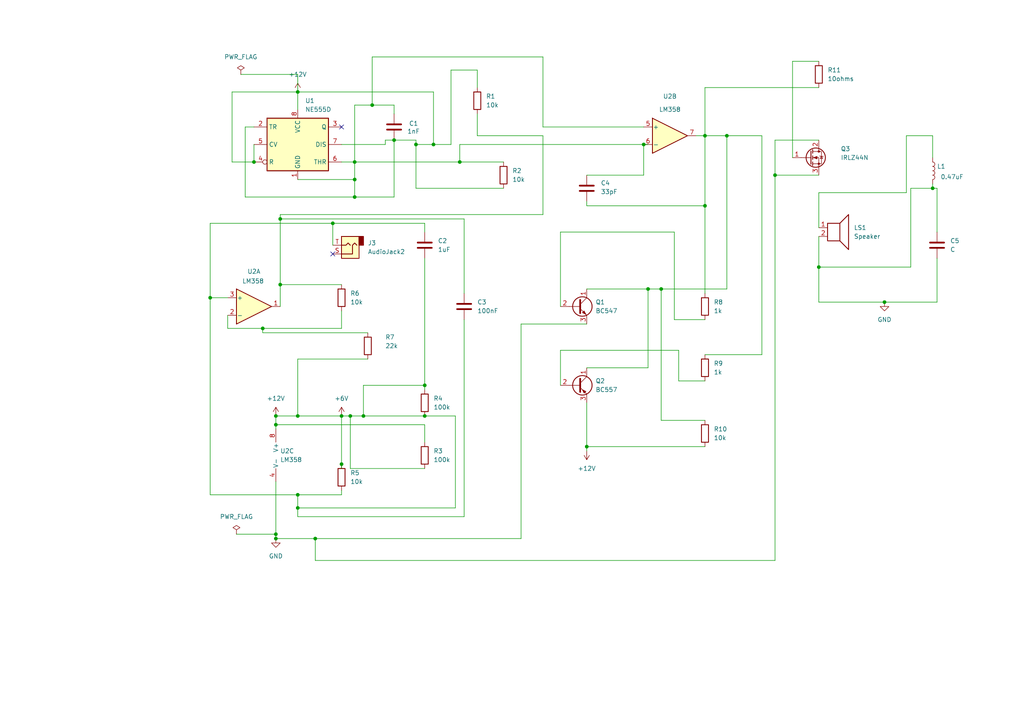
<source format=kicad_sch>
(kicad_sch
	(version 20250114)
	(generator "eeschema")
	(generator_version "9.0")
	(uuid "dfca6c7d-8d21-4dbb-8ac4-33714dee6eaf")
	(paper "A4")
	(lib_symbols
		(symbol "Amplifier_Operational:LM358"
			(pin_names
				(offset 0.127)
			)
			(exclude_from_sim no)
			(in_bom yes)
			(on_board yes)
			(property "Reference" "U"
				(at 0 5.08 0)
				(effects
					(font
						(size 1.27 1.27)
					)
					(justify left)
				)
			)
			(property "Value" "LM358"
				(at 0 -5.08 0)
				(effects
					(font
						(size 1.27 1.27)
					)
					(justify left)
				)
			)
			(property "Footprint" ""
				(at 0 0 0)
				(effects
					(font
						(size 1.27 1.27)
					)
					(hide yes)
				)
			)
			(property "Datasheet" "http://www.ti.com/lit/ds/symlink/lm2904-n.pdf"
				(at 0 0 0)
				(effects
					(font
						(size 1.27 1.27)
					)
					(hide yes)
				)
			)
			(property "Description" "Low-Power, Dual Operational Amplifiers, DIP-8/SOIC-8/TO-99-8"
				(at 0 0 0)
				(effects
					(font
						(size 1.27 1.27)
					)
					(hide yes)
				)
			)
			(property "ki_locked" ""
				(at 0 0 0)
				(effects
					(font
						(size 1.27 1.27)
					)
				)
			)
			(property "ki_keywords" "dual opamp"
				(at 0 0 0)
				(effects
					(font
						(size 1.27 1.27)
					)
					(hide yes)
				)
			)
			(property "ki_fp_filters" "SOIC*3.9x4.9mm*P1.27mm* DIP*W7.62mm* TO*99* OnSemi*Micro8* TSSOP*3x3mm*P0.65mm* TSSOP*4.4x3mm*P0.65mm* MSOP*3x3mm*P0.65mm* SSOP*3.9x4.9mm*P0.635mm* LFCSP*2x2mm*P0.5mm* *SIP* SOIC*5.3x6.2mm*P1.27mm*"
				(at 0 0 0)
				(effects
					(font
						(size 1.27 1.27)
					)
					(hide yes)
				)
			)
			(symbol "LM358_1_1"
				(polyline
					(pts
						(xy -5.08 5.08) (xy 5.08 0) (xy -5.08 -5.08) (xy -5.08 5.08)
					)
					(stroke
						(width 0.254)
						(type default)
					)
					(fill
						(type background)
					)
				)
				(pin input line
					(at -7.62 2.54 0)
					(length 2.54)
					(name "+"
						(effects
							(font
								(size 1.27 1.27)
							)
						)
					)
					(number "3"
						(effects
							(font
								(size 1.27 1.27)
							)
						)
					)
				)
				(pin input line
					(at -7.62 -2.54 0)
					(length 2.54)
					(name "-"
						(effects
							(font
								(size 1.27 1.27)
							)
						)
					)
					(number "2"
						(effects
							(font
								(size 1.27 1.27)
							)
						)
					)
				)
				(pin output line
					(at 7.62 0 180)
					(length 2.54)
					(name "~"
						(effects
							(font
								(size 1.27 1.27)
							)
						)
					)
					(number "1"
						(effects
							(font
								(size 1.27 1.27)
							)
						)
					)
				)
			)
			(symbol "LM358_2_1"
				(polyline
					(pts
						(xy -5.08 5.08) (xy 5.08 0) (xy -5.08 -5.08) (xy -5.08 5.08)
					)
					(stroke
						(width 0.254)
						(type default)
					)
					(fill
						(type background)
					)
				)
				(pin input line
					(at -7.62 2.54 0)
					(length 2.54)
					(name "+"
						(effects
							(font
								(size 1.27 1.27)
							)
						)
					)
					(number "5"
						(effects
							(font
								(size 1.27 1.27)
							)
						)
					)
				)
				(pin input line
					(at -7.62 -2.54 0)
					(length 2.54)
					(name "-"
						(effects
							(font
								(size 1.27 1.27)
							)
						)
					)
					(number "6"
						(effects
							(font
								(size 1.27 1.27)
							)
						)
					)
				)
				(pin output line
					(at 7.62 0 180)
					(length 2.54)
					(name "~"
						(effects
							(font
								(size 1.27 1.27)
							)
						)
					)
					(number "7"
						(effects
							(font
								(size 1.27 1.27)
							)
						)
					)
				)
			)
			(symbol "LM358_3_1"
				(pin power_in line
					(at -2.54 7.62 270)
					(length 3.81)
					(name "V+"
						(effects
							(font
								(size 1.27 1.27)
							)
						)
					)
					(number "8"
						(effects
							(font
								(size 1.27 1.27)
							)
						)
					)
				)
				(pin power_in line
					(at -2.54 -7.62 90)
					(length 3.81)
					(name "V-"
						(effects
							(font
								(size 1.27 1.27)
							)
						)
					)
					(number "4"
						(effects
							(font
								(size 1.27 1.27)
							)
						)
					)
				)
			)
			(embedded_fonts no)
		)
		(symbol "Connector_Audio:AudioJack2"
			(exclude_from_sim no)
			(in_bom yes)
			(on_board yes)
			(property "Reference" "J"
				(at 0 8.89 0)
				(effects
					(font
						(size 1.27 1.27)
					)
				)
			)
			(property "Value" "AudioJack2"
				(at 0 6.35 0)
				(effects
					(font
						(size 1.27 1.27)
					)
				)
			)
			(property "Footprint" ""
				(at 0 0 0)
				(effects
					(font
						(size 1.27 1.27)
					)
					(hide yes)
				)
			)
			(property "Datasheet" "~"
				(at 0 0 0)
				(effects
					(font
						(size 1.27 1.27)
					)
					(hide yes)
				)
			)
			(property "Description" "Audio Jack, 2 Poles (Mono / TS)"
				(at 0 0 0)
				(effects
					(font
						(size 1.27 1.27)
					)
					(hide yes)
				)
			)
			(property "ki_keywords" "audio jack receptacle mono phone headphone TS connector"
				(at 0 0 0)
				(effects
					(font
						(size 1.27 1.27)
					)
					(hide yes)
				)
			)
			(property "ki_fp_filters" "Jack*"
				(at 0 0 0)
				(effects
					(font
						(size 1.27 1.27)
					)
					(hide yes)
				)
			)
			(symbol "AudioJack2_0_1"
				(rectangle
					(start -3.81 0)
					(end -2.54 -2.54)
					(stroke
						(width 0.254)
						(type default)
					)
					(fill
						(type outline)
					)
				)
				(rectangle
					(start -2.54 3.81)
					(end 2.54 -2.54)
					(stroke
						(width 0.254)
						(type default)
					)
					(fill
						(type background)
					)
				)
				(polyline
					(pts
						(xy 0 0) (xy 0.635 -0.635) (xy 1.27 0) (xy 2.54 0)
					)
					(stroke
						(width 0.254)
						(type default)
					)
					(fill
						(type none)
					)
				)
				(polyline
					(pts
						(xy 2.54 2.54) (xy -0.635 2.54) (xy -0.635 0) (xy -1.27 -0.635) (xy -1.905 0)
					)
					(stroke
						(width 0.254)
						(type default)
					)
					(fill
						(type none)
					)
				)
			)
			(symbol "AudioJack2_1_1"
				(pin passive line
					(at 5.08 2.54 180)
					(length 2.54)
					(name "~"
						(effects
							(font
								(size 1.27 1.27)
							)
						)
					)
					(number "S"
						(effects
							(font
								(size 1.27 1.27)
							)
						)
					)
				)
				(pin passive line
					(at 5.08 0 180)
					(length 2.54)
					(name "~"
						(effects
							(font
								(size 1.27 1.27)
							)
						)
					)
					(number "T"
						(effects
							(font
								(size 1.27 1.27)
							)
						)
					)
				)
			)
			(embedded_fonts no)
		)
		(symbol "Device:C"
			(pin_numbers
				(hide yes)
			)
			(pin_names
				(offset 0.254)
			)
			(exclude_from_sim no)
			(in_bom yes)
			(on_board yes)
			(property "Reference" "C"
				(at 0.635 2.54 0)
				(effects
					(font
						(size 1.27 1.27)
					)
					(justify left)
				)
			)
			(property "Value" "C"
				(at 0.635 -2.54 0)
				(effects
					(font
						(size 1.27 1.27)
					)
					(justify left)
				)
			)
			(property "Footprint" ""
				(at 0.9652 -3.81 0)
				(effects
					(font
						(size 1.27 1.27)
					)
					(hide yes)
				)
			)
			(property "Datasheet" "~"
				(at 0 0 0)
				(effects
					(font
						(size 1.27 1.27)
					)
					(hide yes)
				)
			)
			(property "Description" "Unpolarized capacitor"
				(at 0 0 0)
				(effects
					(font
						(size 1.27 1.27)
					)
					(hide yes)
				)
			)
			(property "ki_keywords" "cap capacitor"
				(at 0 0 0)
				(effects
					(font
						(size 1.27 1.27)
					)
					(hide yes)
				)
			)
			(property "ki_fp_filters" "C_*"
				(at 0 0 0)
				(effects
					(font
						(size 1.27 1.27)
					)
					(hide yes)
				)
			)
			(symbol "C_0_1"
				(polyline
					(pts
						(xy -2.032 0.762) (xy 2.032 0.762)
					)
					(stroke
						(width 0.508)
						(type default)
					)
					(fill
						(type none)
					)
				)
				(polyline
					(pts
						(xy -2.032 -0.762) (xy 2.032 -0.762)
					)
					(stroke
						(width 0.508)
						(type default)
					)
					(fill
						(type none)
					)
				)
			)
			(symbol "C_1_1"
				(pin passive line
					(at 0 3.81 270)
					(length 2.794)
					(name "~"
						(effects
							(font
								(size 1.27 1.27)
							)
						)
					)
					(number "1"
						(effects
							(font
								(size 1.27 1.27)
							)
						)
					)
				)
				(pin passive line
					(at 0 -3.81 90)
					(length 2.794)
					(name "~"
						(effects
							(font
								(size 1.27 1.27)
							)
						)
					)
					(number "2"
						(effects
							(font
								(size 1.27 1.27)
							)
						)
					)
				)
			)
			(embedded_fonts no)
		)
		(symbol "Device:L"
			(pin_numbers
				(hide yes)
			)
			(pin_names
				(offset 1.016)
				(hide yes)
			)
			(exclude_from_sim no)
			(in_bom yes)
			(on_board yes)
			(property "Reference" "L"
				(at -1.27 0 90)
				(effects
					(font
						(size 1.27 1.27)
					)
				)
			)
			(property "Value" "L"
				(at 1.905 0 90)
				(effects
					(font
						(size 1.27 1.27)
					)
				)
			)
			(property "Footprint" ""
				(at 0 0 0)
				(effects
					(font
						(size 1.27 1.27)
					)
					(hide yes)
				)
			)
			(property "Datasheet" "~"
				(at 0 0 0)
				(effects
					(font
						(size 1.27 1.27)
					)
					(hide yes)
				)
			)
			(property "Description" "Inductor"
				(at 0 0 0)
				(effects
					(font
						(size 1.27 1.27)
					)
					(hide yes)
				)
			)
			(property "ki_keywords" "inductor choke coil reactor magnetic"
				(at 0 0 0)
				(effects
					(font
						(size 1.27 1.27)
					)
					(hide yes)
				)
			)
			(property "ki_fp_filters" "Choke_* *Coil* Inductor_* L_*"
				(at 0 0 0)
				(effects
					(font
						(size 1.27 1.27)
					)
					(hide yes)
				)
			)
			(symbol "L_0_1"
				(arc
					(start 0 2.54)
					(mid 0.6323 1.905)
					(end 0 1.27)
					(stroke
						(width 0)
						(type default)
					)
					(fill
						(type none)
					)
				)
				(arc
					(start 0 1.27)
					(mid 0.6323 0.635)
					(end 0 0)
					(stroke
						(width 0)
						(type default)
					)
					(fill
						(type none)
					)
				)
				(arc
					(start 0 0)
					(mid 0.6323 -0.635)
					(end 0 -1.27)
					(stroke
						(width 0)
						(type default)
					)
					(fill
						(type none)
					)
				)
				(arc
					(start 0 -1.27)
					(mid 0.6323 -1.905)
					(end 0 -2.54)
					(stroke
						(width 0)
						(type default)
					)
					(fill
						(type none)
					)
				)
			)
			(symbol "L_1_1"
				(pin passive line
					(at 0 3.81 270)
					(length 1.27)
					(name "1"
						(effects
							(font
								(size 1.27 1.27)
							)
						)
					)
					(number "1"
						(effects
							(font
								(size 1.27 1.27)
							)
						)
					)
				)
				(pin passive line
					(at 0 -3.81 90)
					(length 1.27)
					(name "2"
						(effects
							(font
								(size 1.27 1.27)
							)
						)
					)
					(number "2"
						(effects
							(font
								(size 1.27 1.27)
							)
						)
					)
				)
			)
			(embedded_fonts no)
		)
		(symbol "Device:R"
			(pin_numbers
				(hide yes)
			)
			(pin_names
				(offset 0)
			)
			(exclude_from_sim no)
			(in_bom yes)
			(on_board yes)
			(property "Reference" "R"
				(at 2.032 0 90)
				(effects
					(font
						(size 1.27 1.27)
					)
				)
			)
			(property "Value" "R"
				(at 0 0 90)
				(effects
					(font
						(size 1.27 1.27)
					)
				)
			)
			(property "Footprint" ""
				(at -1.778 0 90)
				(effects
					(font
						(size 1.27 1.27)
					)
					(hide yes)
				)
			)
			(property "Datasheet" "~"
				(at 0 0 0)
				(effects
					(font
						(size 1.27 1.27)
					)
					(hide yes)
				)
			)
			(property "Description" "Resistor"
				(at 0 0 0)
				(effects
					(font
						(size 1.27 1.27)
					)
					(hide yes)
				)
			)
			(property "ki_keywords" "R res resistor"
				(at 0 0 0)
				(effects
					(font
						(size 1.27 1.27)
					)
					(hide yes)
				)
			)
			(property "ki_fp_filters" "R_*"
				(at 0 0 0)
				(effects
					(font
						(size 1.27 1.27)
					)
					(hide yes)
				)
			)
			(symbol "R_0_1"
				(rectangle
					(start -1.016 -2.54)
					(end 1.016 2.54)
					(stroke
						(width 0.254)
						(type default)
					)
					(fill
						(type none)
					)
				)
			)
			(symbol "R_1_1"
				(pin passive line
					(at 0 3.81 270)
					(length 1.27)
					(name "~"
						(effects
							(font
								(size 1.27 1.27)
							)
						)
					)
					(number "1"
						(effects
							(font
								(size 1.27 1.27)
							)
						)
					)
				)
				(pin passive line
					(at 0 -3.81 90)
					(length 1.27)
					(name "~"
						(effects
							(font
								(size 1.27 1.27)
							)
						)
					)
					(number "2"
						(effects
							(font
								(size 1.27 1.27)
							)
						)
					)
				)
			)
			(embedded_fonts no)
		)
		(symbol "Device:Speaker"
			(pin_names
				(offset 0)
				(hide yes)
			)
			(exclude_from_sim no)
			(in_bom yes)
			(on_board yes)
			(property "Reference" "LS"
				(at 1.27 5.715 0)
				(effects
					(font
						(size 1.27 1.27)
					)
					(justify right)
				)
			)
			(property "Value" "Speaker"
				(at 1.27 3.81 0)
				(effects
					(font
						(size 1.27 1.27)
					)
					(justify right)
				)
			)
			(property "Footprint" ""
				(at 0 -5.08 0)
				(effects
					(font
						(size 1.27 1.27)
					)
					(hide yes)
				)
			)
			(property "Datasheet" "~"
				(at -0.254 -1.27 0)
				(effects
					(font
						(size 1.27 1.27)
					)
					(hide yes)
				)
			)
			(property "Description" "Speaker"
				(at 0 0 0)
				(effects
					(font
						(size 1.27 1.27)
					)
					(hide yes)
				)
			)
			(property "ki_keywords" "speaker sound"
				(at 0 0 0)
				(effects
					(font
						(size 1.27 1.27)
					)
					(hide yes)
				)
			)
			(symbol "Speaker_0_0"
				(rectangle
					(start -2.54 1.27)
					(end 1.016 -3.81)
					(stroke
						(width 0.254)
						(type default)
					)
					(fill
						(type none)
					)
				)
				(polyline
					(pts
						(xy 1.016 1.27) (xy 3.556 3.81) (xy 3.556 -6.35) (xy 1.016 -3.81)
					)
					(stroke
						(width 0.254)
						(type default)
					)
					(fill
						(type none)
					)
				)
			)
			(symbol "Speaker_1_1"
				(pin input line
					(at -5.08 0 0)
					(length 2.54)
					(name "1"
						(effects
							(font
								(size 1.27 1.27)
							)
						)
					)
					(number "1"
						(effects
							(font
								(size 1.27 1.27)
							)
						)
					)
				)
				(pin input line
					(at -5.08 -2.54 0)
					(length 2.54)
					(name "2"
						(effects
							(font
								(size 1.27 1.27)
							)
						)
					)
					(number "2"
						(effects
							(font
								(size 1.27 1.27)
							)
						)
					)
				)
			)
			(embedded_fonts no)
		)
		(symbol "Timer:NE555D"
			(exclude_from_sim no)
			(in_bom yes)
			(on_board yes)
			(property "Reference" "U"
				(at -10.16 8.89 0)
				(effects
					(font
						(size 1.27 1.27)
					)
					(justify left)
				)
			)
			(property "Value" "NE555D"
				(at 2.54 8.89 0)
				(effects
					(font
						(size 1.27 1.27)
					)
					(justify left)
				)
			)
			(property "Footprint" "Package_SO:SOIC-8_3.9x4.9mm_P1.27mm"
				(at 21.59 -10.16 0)
				(effects
					(font
						(size 1.27 1.27)
					)
					(hide yes)
				)
			)
			(property "Datasheet" "http://www.ti.com/lit/ds/symlink/ne555.pdf"
				(at 21.59 -10.16 0)
				(effects
					(font
						(size 1.27 1.27)
					)
					(hide yes)
				)
			)
			(property "Description" "Precision Timers, 555 compatible, SOIC-8"
				(at 0 0 0)
				(effects
					(font
						(size 1.27 1.27)
					)
					(hide yes)
				)
			)
			(property "ki_keywords" "single timer 555"
				(at 0 0 0)
				(effects
					(font
						(size 1.27 1.27)
					)
					(hide yes)
				)
			)
			(property "ki_fp_filters" "SOIC*3.9x4.9mm*P1.27mm*"
				(at 0 0 0)
				(effects
					(font
						(size 1.27 1.27)
					)
					(hide yes)
				)
			)
			(symbol "NE555D_0_0"
				(pin power_in line
					(at 0 10.16 270)
					(length 2.54)
					(name "VCC"
						(effects
							(font
								(size 1.27 1.27)
							)
						)
					)
					(number "8"
						(effects
							(font
								(size 1.27 1.27)
							)
						)
					)
				)
				(pin power_in line
					(at 0 -10.16 90)
					(length 2.54)
					(name "GND"
						(effects
							(font
								(size 1.27 1.27)
							)
						)
					)
					(number "1"
						(effects
							(font
								(size 1.27 1.27)
							)
						)
					)
				)
			)
			(symbol "NE555D_0_1"
				(rectangle
					(start -8.89 -7.62)
					(end 8.89 7.62)
					(stroke
						(width 0.254)
						(type default)
					)
					(fill
						(type background)
					)
				)
				(rectangle
					(start -8.89 -7.62)
					(end 8.89 7.62)
					(stroke
						(width 0.254)
						(type default)
					)
					(fill
						(type background)
					)
				)
			)
			(symbol "NE555D_1_1"
				(pin input line
					(at -12.7 5.08 0)
					(length 3.81)
					(name "TR"
						(effects
							(font
								(size 1.27 1.27)
							)
						)
					)
					(number "2"
						(effects
							(font
								(size 1.27 1.27)
							)
						)
					)
				)
				(pin input line
					(at -12.7 0 0)
					(length 3.81)
					(name "CV"
						(effects
							(font
								(size 1.27 1.27)
							)
						)
					)
					(number "5"
						(effects
							(font
								(size 1.27 1.27)
							)
						)
					)
				)
				(pin input inverted
					(at -12.7 -5.08 0)
					(length 3.81)
					(name "R"
						(effects
							(font
								(size 1.27 1.27)
							)
						)
					)
					(number "4"
						(effects
							(font
								(size 1.27 1.27)
							)
						)
					)
				)
				(pin output line
					(at 12.7 5.08 180)
					(length 3.81)
					(name "Q"
						(effects
							(font
								(size 1.27 1.27)
							)
						)
					)
					(number "3"
						(effects
							(font
								(size 1.27 1.27)
							)
						)
					)
				)
				(pin input line
					(at 12.7 0 180)
					(length 3.81)
					(name "DIS"
						(effects
							(font
								(size 1.27 1.27)
							)
						)
					)
					(number "7"
						(effects
							(font
								(size 1.27 1.27)
							)
						)
					)
				)
				(pin input line
					(at 12.7 -5.08 180)
					(length 3.81)
					(name "THR"
						(effects
							(font
								(size 1.27 1.27)
							)
						)
					)
					(number "6"
						(effects
							(font
								(size 1.27 1.27)
							)
						)
					)
				)
			)
			(embedded_fonts no)
		)
		(symbol "Transistor_BJT:BC547"
			(pin_names
				(offset 0)
				(hide yes)
			)
			(exclude_from_sim no)
			(in_bom yes)
			(on_board yes)
			(property "Reference" "Q"
				(at 5.08 1.905 0)
				(effects
					(font
						(size 1.27 1.27)
					)
					(justify left)
				)
			)
			(property "Value" "BC547"
				(at 5.08 0 0)
				(effects
					(font
						(size 1.27 1.27)
					)
					(justify left)
				)
			)
			(property "Footprint" "Package_TO_SOT_THT:TO-92_Inline"
				(at 5.08 -1.905 0)
				(effects
					(font
						(size 1.27 1.27)
						(italic yes)
					)
					(justify left)
					(hide yes)
				)
			)
			(property "Datasheet" "https://www.onsemi.com/pub/Collateral/BC550-D.pdf"
				(at 0 0 0)
				(effects
					(font
						(size 1.27 1.27)
					)
					(justify left)
					(hide yes)
				)
			)
			(property "Description" "0.1A Ic, 45V Vce, Small Signal NPN Transistor, TO-92"
				(at 0 0 0)
				(effects
					(font
						(size 1.27 1.27)
					)
					(hide yes)
				)
			)
			(property "ki_keywords" "NPN Transistor"
				(at 0 0 0)
				(effects
					(font
						(size 1.27 1.27)
					)
					(hide yes)
				)
			)
			(property "ki_fp_filters" "TO?92*"
				(at 0 0 0)
				(effects
					(font
						(size 1.27 1.27)
					)
					(hide yes)
				)
			)
			(symbol "BC547_0_1"
				(polyline
					(pts
						(xy -2.54 0) (xy 0.635 0)
					)
					(stroke
						(width 0)
						(type default)
					)
					(fill
						(type none)
					)
				)
				(polyline
					(pts
						(xy 0.635 1.905) (xy 0.635 -1.905)
					)
					(stroke
						(width 0.508)
						(type default)
					)
					(fill
						(type none)
					)
				)
				(circle
					(center 1.27 0)
					(radius 2.8194)
					(stroke
						(width 0.254)
						(type default)
					)
					(fill
						(type none)
					)
				)
			)
			(symbol "BC547_1_1"
				(polyline
					(pts
						(xy 0.635 0.635) (xy 2.54 2.54)
					)
					(stroke
						(width 0)
						(type default)
					)
					(fill
						(type none)
					)
				)
				(polyline
					(pts
						(xy 0.635 -0.635) (xy 2.54 -2.54)
					)
					(stroke
						(width 0)
						(type default)
					)
					(fill
						(type none)
					)
				)
				(polyline
					(pts
						(xy 1.27 -1.778) (xy 1.778 -1.27) (xy 2.286 -2.286) (xy 1.27 -1.778)
					)
					(stroke
						(width 0)
						(type default)
					)
					(fill
						(type outline)
					)
				)
				(pin input line
					(at -5.08 0 0)
					(length 2.54)
					(name "B"
						(effects
							(font
								(size 1.27 1.27)
							)
						)
					)
					(number "2"
						(effects
							(font
								(size 1.27 1.27)
							)
						)
					)
				)
				(pin passive line
					(at 2.54 5.08 270)
					(length 2.54)
					(name "C"
						(effects
							(font
								(size 1.27 1.27)
							)
						)
					)
					(number "1"
						(effects
							(font
								(size 1.27 1.27)
							)
						)
					)
				)
				(pin passive line
					(at 2.54 -5.08 90)
					(length 2.54)
					(name "E"
						(effects
							(font
								(size 1.27 1.27)
							)
						)
					)
					(number "3"
						(effects
							(font
								(size 1.27 1.27)
							)
						)
					)
				)
			)
			(embedded_fonts no)
		)
		(symbol "Transistor_BJT:BC557"
			(pin_names
				(offset 0)
				(hide yes)
			)
			(exclude_from_sim no)
			(in_bom yes)
			(on_board yes)
			(property "Reference" "Q"
				(at 5.08 1.905 0)
				(effects
					(font
						(size 1.27 1.27)
					)
					(justify left)
				)
			)
			(property "Value" "BC557"
				(at 5.08 0 0)
				(effects
					(font
						(size 1.27 1.27)
					)
					(justify left)
				)
			)
			(property "Footprint" "Package_TO_SOT_THT:TO-92_Inline"
				(at 5.08 -1.905 0)
				(effects
					(font
						(size 1.27 1.27)
						(italic yes)
					)
					(justify left)
					(hide yes)
				)
			)
			(property "Datasheet" "https://www.onsemi.com/pub/Collateral/BC556BTA-D.pdf"
				(at 0 0 0)
				(effects
					(font
						(size 1.27 1.27)
					)
					(justify left)
					(hide yes)
				)
			)
			(property "Description" "0.1A Ic, 45V Vce, PNP Small Signal Transistor, TO-92"
				(at 0 0 0)
				(effects
					(font
						(size 1.27 1.27)
					)
					(hide yes)
				)
			)
			(property "ki_keywords" "PNP Transistor"
				(at 0 0 0)
				(effects
					(font
						(size 1.27 1.27)
					)
					(hide yes)
				)
			)
			(property "ki_fp_filters" "TO?92*"
				(at 0 0 0)
				(effects
					(font
						(size 1.27 1.27)
					)
					(hide yes)
				)
			)
			(symbol "BC557_0_1"
				(polyline
					(pts
						(xy -2.54 0) (xy 0.635 0)
					)
					(stroke
						(width 0)
						(type default)
					)
					(fill
						(type none)
					)
				)
				(polyline
					(pts
						(xy 0.635 1.905) (xy 0.635 -1.905)
					)
					(stroke
						(width 0.508)
						(type default)
					)
					(fill
						(type none)
					)
				)
				(polyline
					(pts
						(xy 0.635 0.635) (xy 2.54 2.54)
					)
					(stroke
						(width 0)
						(type default)
					)
					(fill
						(type none)
					)
				)
				(polyline
					(pts
						(xy 0.635 -0.635) (xy 2.54 -2.54)
					)
					(stroke
						(width 0)
						(type default)
					)
					(fill
						(type none)
					)
				)
				(circle
					(center 1.27 0)
					(radius 2.8194)
					(stroke
						(width 0.254)
						(type default)
					)
					(fill
						(type none)
					)
				)
				(polyline
					(pts
						(xy 2.286 -1.778) (xy 1.778 -2.286) (xy 1.27 -1.27) (xy 2.286 -1.778)
					)
					(stroke
						(width 0)
						(type default)
					)
					(fill
						(type outline)
					)
				)
			)
			(symbol "BC557_1_1"
				(pin input line
					(at -5.08 0 0)
					(length 2.54)
					(name "B"
						(effects
							(font
								(size 1.27 1.27)
							)
						)
					)
					(number "2"
						(effects
							(font
								(size 1.27 1.27)
							)
						)
					)
				)
				(pin passive line
					(at 2.54 5.08 270)
					(length 2.54)
					(name "C"
						(effects
							(font
								(size 1.27 1.27)
							)
						)
					)
					(number "1"
						(effects
							(font
								(size 1.27 1.27)
							)
						)
					)
				)
				(pin passive line
					(at 2.54 -5.08 90)
					(length 2.54)
					(name "E"
						(effects
							(font
								(size 1.27 1.27)
							)
						)
					)
					(number "3"
						(effects
							(font
								(size 1.27 1.27)
							)
						)
					)
				)
			)
			(embedded_fonts no)
		)
		(symbol "Transistor_FET:IRLZ44N"
			(pin_names
				(hide yes)
			)
			(exclude_from_sim no)
			(in_bom yes)
			(on_board yes)
			(property "Reference" "Q"
				(at 5.08 1.905 0)
				(effects
					(font
						(size 1.27 1.27)
					)
					(justify left)
				)
			)
			(property "Value" "IRLZ44N"
				(at 5.08 0 0)
				(effects
					(font
						(size 1.27 1.27)
					)
					(justify left)
				)
			)
			(property "Footprint" "Package_TO_SOT_THT:TO-220-3_Vertical"
				(at 5.08 -1.905 0)
				(effects
					(font
						(size 1.27 1.27)
						(italic yes)
					)
					(justify left)
					(hide yes)
				)
			)
			(property "Datasheet" "http://www.irf.com/product-info/datasheets/data/irlz44n.pdf"
				(at 5.08 -3.81 0)
				(effects
					(font
						(size 1.27 1.27)
					)
					(justify left)
					(hide yes)
				)
			)
			(property "Description" "47A Id, 55V Vds, 22mOhm Rds Single N-Channel HEXFET Power MOSFET, TO-220AB"
				(at 0 0 0)
				(effects
					(font
						(size 1.27 1.27)
					)
					(hide yes)
				)
			)
			(property "ki_keywords" "N-Channel HEXFET MOSFET Logic-Level"
				(at 0 0 0)
				(effects
					(font
						(size 1.27 1.27)
					)
					(hide yes)
				)
			)
			(property "ki_fp_filters" "TO?220*"
				(at 0 0 0)
				(effects
					(font
						(size 1.27 1.27)
					)
					(hide yes)
				)
			)
			(symbol "IRLZ44N_0_1"
				(polyline
					(pts
						(xy 0.254 1.905) (xy 0.254 -1.905)
					)
					(stroke
						(width 0.254)
						(type default)
					)
					(fill
						(type none)
					)
				)
				(polyline
					(pts
						(xy 0.254 0) (xy -2.54 0)
					)
					(stroke
						(width 0)
						(type default)
					)
					(fill
						(type none)
					)
				)
				(polyline
					(pts
						(xy 0.762 2.286) (xy 0.762 1.27)
					)
					(stroke
						(width 0.254)
						(type default)
					)
					(fill
						(type none)
					)
				)
				(polyline
					(pts
						(xy 0.762 0.508) (xy 0.762 -0.508)
					)
					(stroke
						(width 0.254)
						(type default)
					)
					(fill
						(type none)
					)
				)
				(polyline
					(pts
						(xy 0.762 -1.27) (xy 0.762 -2.286)
					)
					(stroke
						(width 0.254)
						(type default)
					)
					(fill
						(type none)
					)
				)
				(polyline
					(pts
						(xy 0.762 -1.778) (xy 3.302 -1.778) (xy 3.302 1.778) (xy 0.762 1.778)
					)
					(stroke
						(width 0)
						(type default)
					)
					(fill
						(type none)
					)
				)
				(polyline
					(pts
						(xy 1.016 0) (xy 2.032 0.381) (xy 2.032 -0.381) (xy 1.016 0)
					)
					(stroke
						(width 0)
						(type default)
					)
					(fill
						(type outline)
					)
				)
				(circle
					(center 1.651 0)
					(radius 2.794)
					(stroke
						(width 0.254)
						(type default)
					)
					(fill
						(type none)
					)
				)
				(polyline
					(pts
						(xy 2.54 2.54) (xy 2.54 1.778)
					)
					(stroke
						(width 0)
						(type default)
					)
					(fill
						(type none)
					)
				)
				(circle
					(center 2.54 1.778)
					(radius 0.254)
					(stroke
						(width 0)
						(type default)
					)
					(fill
						(type outline)
					)
				)
				(circle
					(center 2.54 -1.778)
					(radius 0.254)
					(stroke
						(width 0)
						(type default)
					)
					(fill
						(type outline)
					)
				)
				(polyline
					(pts
						(xy 2.54 -2.54) (xy 2.54 0) (xy 0.762 0)
					)
					(stroke
						(width 0)
						(type default)
					)
					(fill
						(type none)
					)
				)
				(polyline
					(pts
						(xy 2.794 0.508) (xy 2.921 0.381) (xy 3.683 0.381) (xy 3.81 0.254)
					)
					(stroke
						(width 0)
						(type default)
					)
					(fill
						(type none)
					)
				)
				(polyline
					(pts
						(xy 3.302 0.381) (xy 2.921 -0.254) (xy 3.683 -0.254) (xy 3.302 0.381)
					)
					(stroke
						(width 0)
						(type default)
					)
					(fill
						(type none)
					)
				)
			)
			(symbol "IRLZ44N_1_1"
				(pin input line
					(at -5.08 0 0)
					(length 2.54)
					(name "G"
						(effects
							(font
								(size 1.27 1.27)
							)
						)
					)
					(number "1"
						(effects
							(font
								(size 1.27 1.27)
							)
						)
					)
				)
				(pin passive line
					(at 2.54 5.08 270)
					(length 2.54)
					(name "D"
						(effects
							(font
								(size 1.27 1.27)
							)
						)
					)
					(number "2"
						(effects
							(font
								(size 1.27 1.27)
							)
						)
					)
				)
				(pin passive line
					(at 2.54 -5.08 90)
					(length 2.54)
					(name "S"
						(effects
							(font
								(size 1.27 1.27)
							)
						)
					)
					(number "3"
						(effects
							(font
								(size 1.27 1.27)
							)
						)
					)
				)
			)
			(embedded_fonts no)
		)
		(symbol "power:+12V"
			(power)
			(pin_numbers
				(hide yes)
			)
			(pin_names
				(offset 0)
				(hide yes)
			)
			(exclude_from_sim no)
			(in_bom yes)
			(on_board yes)
			(property "Reference" "#PWR"
				(at 0 -3.81 0)
				(effects
					(font
						(size 1.27 1.27)
					)
					(hide yes)
				)
			)
			(property "Value" "+12V"
				(at 0 3.556 0)
				(effects
					(font
						(size 1.27 1.27)
					)
				)
			)
			(property "Footprint" ""
				(at 0 0 0)
				(effects
					(font
						(size 1.27 1.27)
					)
					(hide yes)
				)
			)
			(property "Datasheet" ""
				(at 0 0 0)
				(effects
					(font
						(size 1.27 1.27)
					)
					(hide yes)
				)
			)
			(property "Description" "Power symbol creates a global label with name \"+12V\""
				(at 0 0 0)
				(effects
					(font
						(size 1.27 1.27)
					)
					(hide yes)
				)
			)
			(property "ki_keywords" "global power"
				(at 0 0 0)
				(effects
					(font
						(size 1.27 1.27)
					)
					(hide yes)
				)
			)
			(symbol "+12V_0_1"
				(polyline
					(pts
						(xy -0.762 1.27) (xy 0 2.54)
					)
					(stroke
						(width 0)
						(type default)
					)
					(fill
						(type none)
					)
				)
				(polyline
					(pts
						(xy 0 2.54) (xy 0.762 1.27)
					)
					(stroke
						(width 0)
						(type default)
					)
					(fill
						(type none)
					)
				)
				(polyline
					(pts
						(xy 0 0) (xy 0 2.54)
					)
					(stroke
						(width 0)
						(type default)
					)
					(fill
						(type none)
					)
				)
			)
			(symbol "+12V_1_1"
				(pin power_in line
					(at 0 0 90)
					(length 0)
					(name "~"
						(effects
							(font
								(size 1.27 1.27)
							)
						)
					)
					(number "1"
						(effects
							(font
								(size 1.27 1.27)
							)
						)
					)
				)
			)
			(embedded_fonts no)
		)
		(symbol "power:+6V"
			(power)
			(pin_numbers
				(hide yes)
			)
			(pin_names
				(offset 0)
				(hide yes)
			)
			(exclude_from_sim no)
			(in_bom yes)
			(on_board yes)
			(property "Reference" "#PWR"
				(at 0 -3.81 0)
				(effects
					(font
						(size 1.27 1.27)
					)
					(hide yes)
				)
			)
			(property "Value" "+6V"
				(at 0 3.556 0)
				(effects
					(font
						(size 1.27 1.27)
					)
				)
			)
			(property "Footprint" ""
				(at 0 0 0)
				(effects
					(font
						(size 1.27 1.27)
					)
					(hide yes)
				)
			)
			(property "Datasheet" ""
				(at 0 0 0)
				(effects
					(font
						(size 1.27 1.27)
					)
					(hide yes)
				)
			)
			(property "Description" "Power symbol creates a global label with name \"+6V\""
				(at 0 0 0)
				(effects
					(font
						(size 1.27 1.27)
					)
					(hide yes)
				)
			)
			(property "ki_keywords" "global power"
				(at 0 0 0)
				(effects
					(font
						(size 1.27 1.27)
					)
					(hide yes)
				)
			)
			(symbol "+6V_0_1"
				(polyline
					(pts
						(xy -0.762 1.27) (xy 0 2.54)
					)
					(stroke
						(width 0)
						(type default)
					)
					(fill
						(type none)
					)
				)
				(polyline
					(pts
						(xy 0 2.54) (xy 0.762 1.27)
					)
					(stroke
						(width 0)
						(type default)
					)
					(fill
						(type none)
					)
				)
				(polyline
					(pts
						(xy 0 0) (xy 0 2.54)
					)
					(stroke
						(width 0)
						(type default)
					)
					(fill
						(type none)
					)
				)
			)
			(symbol "+6V_1_1"
				(pin power_in line
					(at 0 0 90)
					(length 0)
					(name "~"
						(effects
							(font
								(size 1.27 1.27)
							)
						)
					)
					(number "1"
						(effects
							(font
								(size 1.27 1.27)
							)
						)
					)
				)
			)
			(embedded_fonts no)
		)
		(symbol "power:GND"
			(power)
			(pin_numbers
				(hide yes)
			)
			(pin_names
				(offset 0)
				(hide yes)
			)
			(exclude_from_sim no)
			(in_bom yes)
			(on_board yes)
			(property "Reference" "#PWR"
				(at 0 -6.35 0)
				(effects
					(font
						(size 1.27 1.27)
					)
					(hide yes)
				)
			)
			(property "Value" "GND"
				(at 0 -3.81 0)
				(effects
					(font
						(size 1.27 1.27)
					)
				)
			)
			(property "Footprint" ""
				(at 0 0 0)
				(effects
					(font
						(size 1.27 1.27)
					)
					(hide yes)
				)
			)
			(property "Datasheet" ""
				(at 0 0 0)
				(effects
					(font
						(size 1.27 1.27)
					)
					(hide yes)
				)
			)
			(property "Description" "Power symbol creates a global label with name \"GND\" , ground"
				(at 0 0 0)
				(effects
					(font
						(size 1.27 1.27)
					)
					(hide yes)
				)
			)
			(property "ki_keywords" "global power"
				(at 0 0 0)
				(effects
					(font
						(size 1.27 1.27)
					)
					(hide yes)
				)
			)
			(symbol "GND_0_1"
				(polyline
					(pts
						(xy 0 0) (xy 0 -1.27) (xy 1.27 -1.27) (xy 0 -2.54) (xy -1.27 -1.27) (xy 0 -1.27)
					)
					(stroke
						(width 0)
						(type default)
					)
					(fill
						(type none)
					)
				)
			)
			(symbol "GND_1_1"
				(pin power_in line
					(at 0 0 270)
					(length 0)
					(name "~"
						(effects
							(font
								(size 1.27 1.27)
							)
						)
					)
					(number "1"
						(effects
							(font
								(size 1.27 1.27)
							)
						)
					)
				)
			)
			(embedded_fonts no)
		)
		(symbol "power:PWR_FLAG"
			(power)
			(pin_numbers
				(hide yes)
			)
			(pin_names
				(offset 0)
				(hide yes)
			)
			(exclude_from_sim no)
			(in_bom yes)
			(on_board yes)
			(property "Reference" "#FLG"
				(at 0 1.905 0)
				(effects
					(font
						(size 1.27 1.27)
					)
					(hide yes)
				)
			)
			(property "Value" "PWR_FLAG"
				(at 0 3.81 0)
				(effects
					(font
						(size 1.27 1.27)
					)
				)
			)
			(property "Footprint" ""
				(at 0 0 0)
				(effects
					(font
						(size 1.27 1.27)
					)
					(hide yes)
				)
			)
			(property "Datasheet" "~"
				(at 0 0 0)
				(effects
					(font
						(size 1.27 1.27)
					)
					(hide yes)
				)
			)
			(property "Description" "Special symbol for telling ERC where power comes from"
				(at 0 0 0)
				(effects
					(font
						(size 1.27 1.27)
					)
					(hide yes)
				)
			)
			(property "ki_keywords" "flag power"
				(at 0 0 0)
				(effects
					(font
						(size 1.27 1.27)
					)
					(hide yes)
				)
			)
			(symbol "PWR_FLAG_0_0"
				(pin power_out line
					(at 0 0 90)
					(length 0)
					(name "~"
						(effects
							(font
								(size 1.27 1.27)
							)
						)
					)
					(number "1"
						(effects
							(font
								(size 1.27 1.27)
							)
						)
					)
				)
			)
			(symbol "PWR_FLAG_0_1"
				(polyline
					(pts
						(xy 0 0) (xy 0 1.27) (xy -1.016 1.905) (xy 0 2.54) (xy 1.016 1.905) (xy 0 1.27)
					)
					(stroke
						(width 0)
						(type default)
					)
					(fill
						(type none)
					)
				)
			)
			(embedded_fonts no)
		)
	)
	(junction
		(at 237.49 77.47)
		(diameter 0)
		(color 0 0 0 0)
		(uuid "0525446d-e596-4fe7-98e1-e254e58fd02a")
	)
	(junction
		(at 224.79 50.8)
		(diameter 0)
		(color 0 0 0 0)
		(uuid "0a80e1a8-2a23-4da3-8913-4c55738dc156")
	)
	(junction
		(at 107.95 30.48)
		(diameter 0)
		(color 0 0 0 0)
		(uuid "0cfc2b77-fe7c-4f67-bd46-b91c3d5d0d21")
	)
	(junction
		(at 133.35 46.99)
		(diameter 0)
		(color 0 0 0 0)
		(uuid "0de1c4a4-597d-4583-ba69-de31ef141982")
	)
	(junction
		(at 123.19 120.65)
		(diameter 0)
		(color 0 0 0 0)
		(uuid "14c77f82-ac87-46a8-bb25-03ef10eb9804")
	)
	(junction
		(at 86.36 143.51)
		(diameter 0)
		(color 0 0 0 0)
		(uuid "180083a3-c3fa-48bb-813d-0cc3dc0c6b5f")
	)
	(junction
		(at 80.01 123.19)
		(diameter 0)
		(color 0 0 0 0)
		(uuid "19ad579f-b5d5-4dc8-b4f8-ee173043eca7")
	)
	(junction
		(at 60.96 86.36)
		(diameter 0)
		(color 0 0 0 0)
		(uuid "1eac5296-e7ae-4865-ab96-0680507b2906")
	)
	(junction
		(at 99.06 134.62)
		(diameter 0)
		(color 0 0 0 0)
		(uuid "1ef91253-dbd4-480c-89fc-8830e424a494")
	)
	(junction
		(at 102.87 57.15)
		(diameter 0)
		(color 0 0 0 0)
		(uuid "268e431f-9726-4685-8ba0-51f56ba3983d")
	)
	(junction
		(at 81.28 63.5)
		(diameter 0)
		(color 0 0 0 0)
		(uuid "33426d95-158b-4f24-bdd2-47242d5b970b")
	)
	(junction
		(at 96.52 64.77)
		(diameter 0)
		(color 0 0 0 0)
		(uuid "3a57cd87-6f8e-4569-ae78-4984d4e5c3ef")
	)
	(junction
		(at 270.51 54.61)
		(diameter 0)
		(color 0 0 0 0)
		(uuid "3c261ce3-2493-49b2-aa05-ffd842cfe01d")
	)
	(junction
		(at 114.3 40.64)
		(diameter 0)
		(color 0 0 0 0)
		(uuid "45686986-ee69-4bab-bd21-92957f75c554")
	)
	(junction
		(at 187.96 83.82)
		(diameter 0)
		(color 0 0 0 0)
		(uuid "545f1ca0-4e4a-4ff8-8313-66c189bc5564")
	)
	(junction
		(at 86.36 147.32)
		(diameter 0)
		(color 0 0 0 0)
		(uuid "56fc6843-7c7c-43f9-875a-cfc37ff11f80")
	)
	(junction
		(at 81.28 82.55)
		(diameter 0)
		(color 0 0 0 0)
		(uuid "592541ad-9ffb-42a2-9c94-bfcbdae550f2")
	)
	(junction
		(at 80.01 120.65)
		(diameter 0)
		(color 0 0 0 0)
		(uuid "5d8851e5-77f5-44a3-a6c4-6a380e2eefb6")
	)
	(junction
		(at 86.36 26.67)
		(diameter 0)
		(color 0 0 0 0)
		(uuid "61bbea83-6de9-4bb6-9e04-b8c2baef646f")
	)
	(junction
		(at 186.69 41.91)
		(diameter 0)
		(color 0 0 0 0)
		(uuid "67404eae-7c35-4f19-ac8f-b10d7e60897e")
	)
	(junction
		(at 102.87 46.99)
		(diameter 0)
		(color 0 0 0 0)
		(uuid "679ac5e9-23b2-45be-bf78-854667535251")
	)
	(junction
		(at 80.01 156.21)
		(diameter 0)
		(color 0 0 0 0)
		(uuid "680bafb5-b6fa-473f-a840-8439a4933119")
	)
	(junction
		(at 91.44 156.21)
		(diameter 0)
		(color 0 0 0 0)
		(uuid "71cd5ba9-f002-4390-9625-30de0cf85bea")
	)
	(junction
		(at 86.36 120.65)
		(diameter 0)
		(color 0 0 0 0)
		(uuid "7319559f-3e62-418d-bfa7-40960f1554f6")
	)
	(junction
		(at 204.47 59.69)
		(diameter 0)
		(color 0 0 0 0)
		(uuid "79eac0f1-da5d-430e-87b0-0cb04b0c110f")
	)
	(junction
		(at 191.77 83.82)
		(diameter 0)
		(color 0 0 0 0)
		(uuid "7f6504de-436a-480c-936a-fc9e780feb35")
	)
	(junction
		(at 123.19 111.76)
		(diameter 0)
		(color 0 0 0 0)
		(uuid "8b98f4ed-900b-44bb-af7e-d88ae1c484c3")
	)
	(junction
		(at 105.41 120.65)
		(diameter 0)
		(color 0 0 0 0)
		(uuid "90b75f78-f1ab-4572-8a2a-7a6cedc231b0")
	)
	(junction
		(at 120.65 41.91)
		(diameter 0)
		(color 0 0 0 0)
		(uuid "a74cacae-b763-4426-bb7c-bd4860f74c59")
	)
	(junction
		(at 204.47 39.37)
		(diameter 0)
		(color 0 0 0 0)
		(uuid "b8e58e0e-c2fd-4442-beb6-1cfacdde76eb")
	)
	(junction
		(at 210.82 39.37)
		(diameter 0)
		(color 0 0 0 0)
		(uuid "c0344c87-a90f-4280-b45e-033de48621aa")
	)
	(junction
		(at 102.87 52.07)
		(diameter 0)
		(color 0 0 0 0)
		(uuid "c564e538-7759-47b7-b4d1-a7bbb1921fe4")
	)
	(junction
		(at 80.01 154.94)
		(diameter 0)
		(color 0 0 0 0)
		(uuid "cd000983-ac7c-4971-ad4f-b0628e115b5e")
	)
	(junction
		(at 125.73 41.91)
		(diameter 0)
		(color 0 0 0 0)
		(uuid "cea9c4ac-d6b4-4d26-9782-4df9f98560ba")
	)
	(junction
		(at 99.06 120.65)
		(diameter 0)
		(color 0 0 0 0)
		(uuid "db6464ae-d35a-4b95-8681-a634f43e4b63")
	)
	(junction
		(at 256.54 87.63)
		(diameter 0)
		(color 0 0 0 0)
		(uuid "dfe8a211-dcc7-47bd-842e-ef3e2c4a5ac2")
	)
	(junction
		(at 76.2 95.25)
		(diameter 0)
		(color 0 0 0 0)
		(uuid "e1583083-08db-41c4-8196-1cd29795b241")
	)
	(junction
		(at 73.66 46.99)
		(diameter 0)
		(color 0 0 0 0)
		(uuid "f4e90305-9c78-4448-aef5-74f40ace69e8")
	)
	(junction
		(at 101.6 120.65)
		(diameter 0)
		(color 0 0 0 0)
		(uuid "fb9d159f-a6c9-4c74-98da-85fd28e240ef")
	)
	(junction
		(at 170.18 129.54)
		(diameter 0)
		(color 0 0 0 0)
		(uuid "fc965fc7-bcc5-4bb4-a389-0488b572daba")
	)
	(no_connect
		(at 99.06 36.83)
		(uuid "1eb71468-140b-4591-800a-bb9e823006e5")
	)
	(no_connect
		(at 96.52 73.66)
		(uuid "66ae8f7b-3dc5-43a2-9eb6-1cf67bc474f3")
	)
	(wire
		(pts
			(xy 204.47 59.69) (xy 204.47 85.09)
		)
		(stroke
			(width 0)
			(type default)
		)
		(uuid "05493483-9371-4e3a-8fdc-412c8213e406")
	)
	(wire
		(pts
			(xy 191.77 121.92) (xy 191.77 83.82)
		)
		(stroke
			(width 0)
			(type default)
		)
		(uuid "0582e7e3-22ad-4cc9-85d1-479948ffdcfc")
	)
	(wire
		(pts
			(xy 237.49 50.8) (xy 224.79 50.8)
		)
		(stroke
			(width 0)
			(type default)
		)
		(uuid "09a9d9df-0068-4957-8c70-59d53c6db3a6")
	)
	(wire
		(pts
			(xy 170.18 93.98) (xy 151.13 93.98)
		)
		(stroke
			(width 0)
			(type default)
		)
		(uuid "0a9f8b8c-f9e5-4f72-bc00-93f439d27ac2")
	)
	(wire
		(pts
			(xy 262.89 55.88) (xy 262.89 39.37)
		)
		(stroke
			(width 0)
			(type default)
		)
		(uuid "0c5b809f-6242-47b4-9b61-035b78b4b47a")
	)
	(wire
		(pts
			(xy 157.48 16.51) (xy 107.95 16.51)
		)
		(stroke
			(width 0)
			(type default)
		)
		(uuid "0d294b71-53f6-4ef2-a12b-cc510fa3d76a")
	)
	(wire
		(pts
			(xy 187.96 83.82) (xy 191.77 83.82)
		)
		(stroke
			(width 0)
			(type default)
		)
		(uuid "0d3368c8-9423-4059-b47a-50025ccf4597")
	)
	(wire
		(pts
			(xy 99.06 143.51) (xy 99.06 142.24)
		)
		(stroke
			(width 0)
			(type default)
		)
		(uuid "0ed98345-d492-4552-a17b-1a33814c4168")
	)
	(wire
		(pts
			(xy 96.52 64.77) (xy 123.19 64.77)
		)
		(stroke
			(width 0)
			(type default)
		)
		(uuid "10b7f863-eca6-40bf-85e1-14921aad7146")
	)
	(wire
		(pts
			(xy 162.56 88.9) (xy 162.56 67.31)
		)
		(stroke
			(width 0)
			(type default)
		)
		(uuid "11308e35-e4da-4797-b75d-940df305ad20")
	)
	(wire
		(pts
			(xy 120.65 41.91) (xy 125.73 41.91)
		)
		(stroke
			(width 0)
			(type default)
		)
		(uuid "1355d5ec-1161-44c1-827c-6583d799cf4c")
	)
	(wire
		(pts
			(xy 123.19 74.93) (xy 123.19 111.76)
		)
		(stroke
			(width 0)
			(type default)
		)
		(uuid "1520ec0e-06f7-4568-9921-18233e237868")
	)
	(wire
		(pts
			(xy 101.6 135.89) (xy 101.6 120.65)
		)
		(stroke
			(width 0)
			(type default)
		)
		(uuid "15bfb018-2cbf-475a-b62f-03bc0cf70dea")
	)
	(wire
		(pts
			(xy 60.96 86.36) (xy 60.96 64.77)
		)
		(stroke
			(width 0)
			(type default)
		)
		(uuid "15f8704e-7d48-4433-80ab-a50f7a37e3e4")
	)
	(wire
		(pts
			(xy 111.76 41.91) (xy 111.76 40.64)
		)
		(stroke
			(width 0)
			(type default)
		)
		(uuid "16012958-9853-44f2-8bf9-7e44f211b3a4")
	)
	(wire
		(pts
			(xy 120.65 54.61) (xy 146.05 54.61)
		)
		(stroke
			(width 0)
			(type default)
		)
		(uuid "1604dc11-3f93-48bf-a33e-9af01b77bc41")
	)
	(wire
		(pts
			(xy 237.49 77.47) (xy 264.16 77.47)
		)
		(stroke
			(width 0)
			(type default)
		)
		(uuid "16b8544c-bdb4-4d3c-99f6-5e9619b9af89")
	)
	(wire
		(pts
			(xy 170.18 129.54) (xy 204.47 129.54)
		)
		(stroke
			(width 0)
			(type default)
		)
		(uuid "1aff1de0-357b-4477-bc9c-662b22e2653b")
	)
	(wire
		(pts
			(xy 81.28 63.5) (xy 81.28 82.55)
		)
		(stroke
			(width 0)
			(type default)
		)
		(uuid "1be90ce6-e81b-43ba-b0d0-ea3c381f9941")
	)
	(wire
		(pts
			(xy 67.31 26.67) (xy 67.31 46.99)
		)
		(stroke
			(width 0)
			(type default)
		)
		(uuid "2186b180-e553-49e2-8ca3-98a9d7285cf4")
	)
	(wire
		(pts
			(xy 195.58 92.71) (xy 204.47 92.71)
		)
		(stroke
			(width 0)
			(type default)
		)
		(uuid "21d49d1f-388b-4bdb-bb85-0856135eb594")
	)
	(wire
		(pts
			(xy 99.06 41.91) (xy 111.76 41.91)
		)
		(stroke
			(width 0)
			(type default)
		)
		(uuid "2247d01c-0560-477c-b0a8-46acfb108289")
	)
	(wire
		(pts
			(xy 123.19 64.77) (xy 123.19 67.31)
		)
		(stroke
			(width 0)
			(type default)
		)
		(uuid "22d8dc0e-6843-48d5-b29f-5c41699aabe4")
	)
	(wire
		(pts
			(xy 196.85 110.49) (xy 196.85 101.6)
		)
		(stroke
			(width 0)
			(type default)
		)
		(uuid "26019766-abc3-4895-a1b9-88e102500e4e")
	)
	(wire
		(pts
			(xy 186.69 41.91) (xy 186.69 50.8)
		)
		(stroke
			(width 0)
			(type default)
		)
		(uuid "29351baa-2d7f-4bc5-9fa2-677eaf08857f")
	)
	(wire
		(pts
			(xy 229.87 17.78) (xy 229.87 45.72)
		)
		(stroke
			(width 0)
			(type default)
		)
		(uuid "2b26646d-01da-4b88-a9a4-c280222f380d")
	)
	(wire
		(pts
			(xy 204.47 39.37) (xy 201.93 39.37)
		)
		(stroke
			(width 0)
			(type default)
		)
		(uuid "3118faa1-88d3-43e1-992b-ad65858a8948")
	)
	(wire
		(pts
			(xy 237.49 66.04) (xy 237.49 55.88)
		)
		(stroke
			(width 0)
			(type default)
		)
		(uuid "3313be4c-06b4-4c8f-814c-bc0cc1048180")
	)
	(wire
		(pts
			(xy 99.06 120.65) (xy 99.06 134.62)
		)
		(stroke
			(width 0)
			(type default)
		)
		(uuid "33e49ea7-8f8b-475b-8c63-eae929472a74")
	)
	(wire
		(pts
			(xy 81.28 82.55) (xy 81.28 88.9)
		)
		(stroke
			(width 0)
			(type default)
		)
		(uuid "3471bf10-a9ff-4e29-af50-a3772b6d64a1")
	)
	(wire
		(pts
			(xy 204.47 121.92) (xy 191.77 121.92)
		)
		(stroke
			(width 0)
			(type default)
		)
		(uuid "36cb0d53-6c40-45cd-955a-35c0357e11b3")
	)
	(wire
		(pts
			(xy 102.87 30.48) (xy 107.95 30.48)
		)
		(stroke
			(width 0)
			(type default)
		)
		(uuid "37125966-eed0-4db0-9f31-a4eb16e6aa8c")
	)
	(wire
		(pts
			(xy 133.35 46.99) (xy 146.05 46.99)
		)
		(stroke
			(width 0)
			(type default)
		)
		(uuid "39c60e7d-39fc-4c0f-8d35-c8854890e900")
	)
	(wire
		(pts
			(xy 170.18 116.84) (xy 170.18 129.54)
		)
		(stroke
			(width 0)
			(type default)
		)
		(uuid "3a161bdd-af92-46db-8466-66d79167c339")
	)
	(wire
		(pts
			(xy 271.78 87.63) (xy 271.78 74.93)
		)
		(stroke
			(width 0)
			(type default)
		)
		(uuid "3ac027c4-46e8-4611-9c72-b0771079ec3d")
	)
	(wire
		(pts
			(xy 270.51 39.37) (xy 262.89 39.37)
		)
		(stroke
			(width 0)
			(type default)
		)
		(uuid "3c519578-8093-4594-a003-6ce958dd3813")
	)
	(wire
		(pts
			(xy 111.76 40.64) (xy 114.3 40.64)
		)
		(stroke
			(width 0)
			(type default)
		)
		(uuid "3d61f983-5947-4ae9-bf34-42eaf02dd51b")
	)
	(wire
		(pts
			(xy 151.13 93.98) (xy 151.13 156.21)
		)
		(stroke
			(width 0)
			(type default)
		)
		(uuid "3dc582ad-c807-44f1-9d89-644a9e602a34")
	)
	(wire
		(pts
			(xy 86.36 21.59) (xy 86.36 26.67)
		)
		(stroke
			(width 0)
			(type default)
		)
		(uuid "3fc60437-2520-4744-af4f-e3452317650e")
	)
	(wire
		(pts
			(xy 270.51 39.37) (xy 270.51 45.72)
		)
		(stroke
			(width 0)
			(type default)
		)
		(uuid "40bba0f6-34a9-4281-85ad-9723de219965")
	)
	(wire
		(pts
			(xy 157.48 36.83) (xy 157.48 16.51)
		)
		(stroke
			(width 0)
			(type default)
		)
		(uuid "427e83a5-8027-420d-83f1-01a0798a1298")
	)
	(wire
		(pts
			(xy 114.3 40.64) (xy 120.65 40.64)
		)
		(stroke
			(width 0)
			(type default)
		)
		(uuid "43340d7a-592f-4d42-844f-a67f6245a5f6")
	)
	(wire
		(pts
			(xy 99.06 120.65) (xy 101.6 120.65)
		)
		(stroke
			(width 0)
			(type default)
		)
		(uuid "4476dc1c-9d91-4ed5-8c4b-6f1c7c583108")
	)
	(wire
		(pts
			(xy 86.36 143.51) (xy 86.36 147.32)
		)
		(stroke
			(width 0)
			(type default)
		)
		(uuid "46af9ff3-516a-4e0d-9a8c-f56576118be1")
	)
	(wire
		(pts
			(xy 130.81 20.32) (xy 138.43 20.32)
		)
		(stroke
			(width 0)
			(type default)
		)
		(uuid "46c618d3-6e8b-410c-bcfb-cc49f8878088")
	)
	(wire
		(pts
			(xy 73.66 36.83) (xy 71.12 36.83)
		)
		(stroke
			(width 0)
			(type default)
		)
		(uuid "475ee97b-006b-4bf2-b57a-c3625b8f441f")
	)
	(wire
		(pts
			(xy 86.36 143.51) (xy 99.06 143.51)
		)
		(stroke
			(width 0)
			(type default)
		)
		(uuid "4c075ba5-4976-4fbc-8ef9-15815722881e")
	)
	(wire
		(pts
			(xy 224.79 162.56) (xy 91.44 162.56)
		)
		(stroke
			(width 0)
			(type default)
		)
		(uuid "4cbcfeb2-513c-4d1f-ab1c-4b7cb6956691")
	)
	(wire
		(pts
			(xy 237.49 77.47) (xy 237.49 87.63)
		)
		(stroke
			(width 0)
			(type default)
		)
		(uuid "4eccbae1-b2fd-40b5-b7f8-ce49b3c0855a")
	)
	(wire
		(pts
			(xy 130.81 41.91) (xy 130.81 20.32)
		)
		(stroke
			(width 0)
			(type default)
		)
		(uuid "4ff487b7-cabf-4b0b-911f-582953c6f92f")
	)
	(wire
		(pts
			(xy 134.62 149.86) (xy 86.36 149.86)
		)
		(stroke
			(width 0)
			(type default)
		)
		(uuid "521deb7b-166e-402f-9bde-9bdca2f0e519")
	)
	(wire
		(pts
			(xy 99.06 46.99) (xy 102.87 46.99)
		)
		(stroke
			(width 0)
			(type default)
		)
		(uuid "53a2b6bb-dd69-42e0-8f91-d4da8a768141")
	)
	(wire
		(pts
			(xy 204.47 102.87) (xy 220.98 102.87)
		)
		(stroke
			(width 0)
			(type default)
		)
		(uuid "568275f9-d6b8-4b44-8c26-a28eff411457")
	)
	(wire
		(pts
			(xy 170.18 129.54) (xy 170.18 130.81)
		)
		(stroke
			(width 0)
			(type default)
		)
		(uuid "5731e1dc-0ea4-4c9b-9a6d-38318023149e")
	)
	(wire
		(pts
			(xy 120.65 40.64) (xy 120.65 41.91)
		)
		(stroke
			(width 0)
			(type default)
		)
		(uuid "57595aa7-1e88-42ef-a9de-e6a91065bb55")
	)
	(wire
		(pts
			(xy 76.2 95.25) (xy 66.04 95.25)
		)
		(stroke
			(width 0)
			(type default)
		)
		(uuid "57681b0d-4ffa-45ce-b405-d4c785d604fa")
	)
	(wire
		(pts
			(xy 170.18 59.69) (xy 204.47 59.69)
		)
		(stroke
			(width 0)
			(type default)
		)
		(uuid "58f8588e-4b38-4a5a-8dfb-ab23645fa374")
	)
	(wire
		(pts
			(xy 237.49 68.58) (xy 237.49 77.47)
		)
		(stroke
			(width 0)
			(type default)
		)
		(uuid "5b39e295-8772-42fd-9d22-76131a4657c8")
	)
	(wire
		(pts
			(xy 80.01 120.65) (xy 80.01 123.19)
		)
		(stroke
			(width 0)
			(type default)
		)
		(uuid "5b43069c-1e22-4f85-9ba0-d6e37ab14a33")
	)
	(wire
		(pts
			(xy 132.08 120.65) (xy 132.08 147.32)
		)
		(stroke
			(width 0)
			(type default)
		)
		(uuid "5c7310f2-a954-4234-88e0-2dc1d345dae6")
	)
	(wire
		(pts
			(xy 105.41 120.65) (xy 123.19 120.65)
		)
		(stroke
			(width 0)
			(type default)
		)
		(uuid "5d9c37b8-c7d5-43c9-bfea-83e474f42bcb")
	)
	(wire
		(pts
			(xy 80.01 123.19) (xy 80.01 124.46)
		)
		(stroke
			(width 0)
			(type default)
		)
		(uuid "5eb5161e-318f-4241-b2e6-5af7974ca418")
	)
	(wire
		(pts
			(xy 187.96 106.68) (xy 187.96 83.82)
		)
		(stroke
			(width 0)
			(type default)
		)
		(uuid "600e92e4-d12a-45bd-b802-1193201907f9")
	)
	(wire
		(pts
			(xy 86.36 147.32) (xy 86.36 149.86)
		)
		(stroke
			(width 0)
			(type default)
		)
		(uuid "64298186-2197-4f90-9ea7-fe678264f87b")
	)
	(wire
		(pts
			(xy 271.78 54.61) (xy 270.51 54.61)
		)
		(stroke
			(width 0)
			(type default)
		)
		(uuid "661fa4d4-e6b7-4fcf-891f-14fb7125ec91")
	)
	(wire
		(pts
			(xy 86.36 26.67) (xy 86.36 31.75)
		)
		(stroke
			(width 0)
			(type default)
		)
		(uuid "66b96e32-d138-4889-b0fa-7c8f429d8004")
	)
	(wire
		(pts
			(xy 220.98 102.87) (xy 220.98 39.37)
		)
		(stroke
			(width 0)
			(type default)
		)
		(uuid "6a5c732c-e2b4-42d4-9842-4b3c159d4917")
	)
	(wire
		(pts
			(xy 91.44 156.21) (xy 91.44 162.56)
		)
		(stroke
			(width 0)
			(type default)
		)
		(uuid "6d13be3c-5aa0-4714-a72a-037e2a7baca7")
	)
	(wire
		(pts
			(xy 123.19 123.19) (xy 123.19 128.27)
		)
		(stroke
			(width 0)
			(type default)
		)
		(uuid "6d8d7af6-7352-4f67-bdee-d3816b0733d0")
	)
	(wire
		(pts
			(xy 86.36 120.65) (xy 99.06 120.65)
		)
		(stroke
			(width 0)
			(type default)
		)
		(uuid "6e574506-102c-48f0-ab1a-917491e9bf55")
	)
	(wire
		(pts
			(xy 67.31 46.99) (xy 73.66 46.99)
		)
		(stroke
			(width 0)
			(type default)
		)
		(uuid "71db753d-4517-4afc-9344-a323809b47ae")
	)
	(wire
		(pts
			(xy 69.85 21.59) (xy 86.36 21.59)
		)
		(stroke
			(width 0)
			(type default)
		)
		(uuid "72aff039-448e-4a24-8b57-caa60deb3fe1")
	)
	(wire
		(pts
			(xy 138.43 25.4) (xy 138.43 20.32)
		)
		(stroke
			(width 0)
			(type default)
		)
		(uuid "775111e5-e40c-4bb2-a88b-e9782da62020")
	)
	(wire
		(pts
			(xy 138.43 39.37) (xy 157.48 39.37)
		)
		(stroke
			(width 0)
			(type default)
		)
		(uuid "7a1837ae-33a2-4c84-b1a4-ec732de307cd")
	)
	(wire
		(pts
			(xy 102.87 52.07) (xy 102.87 57.15)
		)
		(stroke
			(width 0)
			(type default)
		)
		(uuid "7a1a9969-49ec-472a-94e2-42d4e709266f")
	)
	(wire
		(pts
			(xy 186.69 36.83) (xy 157.48 36.83)
		)
		(stroke
			(width 0)
			(type default)
		)
		(uuid "7b729cf8-b86d-46b0-b9c1-0c25e699440c")
	)
	(wire
		(pts
			(xy 114.3 30.48) (xy 114.3 33.02)
		)
		(stroke
			(width 0)
			(type default)
		)
		(uuid "7c42e432-edd5-4604-aa7b-25c713fe843e")
	)
	(wire
		(pts
			(xy 191.77 83.82) (xy 210.82 83.82)
		)
		(stroke
			(width 0)
			(type default)
		)
		(uuid "7c8fa5b1-5512-4f49-bc40-e0f2691b5f81")
	)
	(wire
		(pts
			(xy 66.04 95.25) (xy 66.04 91.44)
		)
		(stroke
			(width 0)
			(type default)
		)
		(uuid "7d6253d3-521e-46f2-8aaf-7e93495a1c04")
	)
	(wire
		(pts
			(xy 123.19 111.76) (xy 123.19 113.03)
		)
		(stroke
			(width 0)
			(type default)
		)
		(uuid "7e675e8d-ece9-445d-84db-b68ec353e01e")
	)
	(wire
		(pts
			(xy 60.96 86.36) (xy 66.04 86.36)
		)
		(stroke
			(width 0)
			(type default)
		)
		(uuid "7e7acf01-4197-41c5-9974-4e637f99082e")
	)
	(wire
		(pts
			(xy 134.62 63.5) (xy 81.28 63.5)
		)
		(stroke
			(width 0)
			(type default)
		)
		(uuid "7e9a7f6a-bd43-476d-923c-e61a80996bab")
	)
	(wire
		(pts
			(xy 271.78 67.31) (xy 271.78 54.61)
		)
		(stroke
			(width 0)
			(type default)
		)
		(uuid "8213f228-4304-44ae-a709-047212ebec32")
	)
	(wire
		(pts
			(xy 224.79 40.64) (xy 237.49 40.64)
		)
		(stroke
			(width 0)
			(type default)
		)
		(uuid "82b53d36-9bfe-49ee-9ea8-354ebdc04357")
	)
	(wire
		(pts
			(xy 76.2 96.52) (xy 76.2 95.25)
		)
		(stroke
			(width 0)
			(type default)
		)
		(uuid "862ce20a-60b3-4435-83b7-5014b87fa028")
	)
	(wire
		(pts
			(xy 99.06 95.25) (xy 76.2 95.25)
		)
		(stroke
			(width 0)
			(type default)
		)
		(uuid "868e3b4d-40b8-4c1c-8f6e-9dd0ae6f9e23")
	)
	(wire
		(pts
			(xy 68.58 154.94) (xy 80.01 154.94)
		)
		(stroke
			(width 0)
			(type default)
		)
		(uuid "86cad17c-94c8-4343-982d-78dc2a21223d")
	)
	(wire
		(pts
			(xy 264.16 54.61) (xy 270.51 54.61)
		)
		(stroke
			(width 0)
			(type default)
		)
		(uuid "876e0029-d91d-4cc0-bf5d-8fe1e984f659")
	)
	(wire
		(pts
			(xy 86.36 52.07) (xy 102.87 52.07)
		)
		(stroke
			(width 0)
			(type default)
		)
		(uuid "884db4d4-786e-40ce-a30c-51e07da4b16b")
	)
	(wire
		(pts
			(xy 99.06 134.62) (xy 99.06 135.89)
		)
		(stroke
			(width 0)
			(type default)
		)
		(uuid "88e4f5b0-2303-41f9-bb7d-e8ccc2b89714")
	)
	(wire
		(pts
			(xy 270.51 54.61) (xy 270.51 53.34)
		)
		(stroke
			(width 0)
			(type default)
		)
		(uuid "8a7b1960-98e0-425d-8a11-245e019857a1")
	)
	(wire
		(pts
			(xy 138.43 33.02) (xy 138.43 39.37)
		)
		(stroke
			(width 0)
			(type default)
		)
		(uuid "8a9817d8-8c0c-4a22-9bc6-aff745600cb1")
	)
	(wire
		(pts
			(xy 220.98 39.37) (xy 210.82 39.37)
		)
		(stroke
			(width 0)
			(type default)
		)
		(uuid "8bdddce6-6c64-4e92-a32f-17e1822f4675")
	)
	(wire
		(pts
			(xy 101.6 120.65) (xy 105.41 120.65)
		)
		(stroke
			(width 0)
			(type default)
		)
		(uuid "8cee35e3-da5e-4cd7-afd2-2293c930a98e")
	)
	(wire
		(pts
			(xy 256.54 87.63) (xy 271.78 87.63)
		)
		(stroke
			(width 0)
			(type default)
		)
		(uuid "8ff4df9f-4308-4d0e-98f1-ff39f6d139b0")
	)
	(wire
		(pts
			(xy 120.65 41.91) (xy 120.65 54.61)
		)
		(stroke
			(width 0)
			(type default)
		)
		(uuid "909c2201-58d7-4fde-92d3-8cde8817864f")
	)
	(wire
		(pts
			(xy 102.87 46.99) (xy 133.35 46.99)
		)
		(stroke
			(width 0)
			(type default)
		)
		(uuid "919edd78-683e-47fd-ae8b-64a5c5de1f2c")
	)
	(wire
		(pts
			(xy 170.18 59.69) (xy 170.18 58.42)
		)
		(stroke
			(width 0)
			(type default)
		)
		(uuid "93dc2203-305a-400a-87ff-4f7e45944add")
	)
	(wire
		(pts
			(xy 237.49 87.63) (xy 256.54 87.63)
		)
		(stroke
			(width 0)
			(type default)
		)
		(uuid "94bff3be-2355-4ef5-a124-a9157f1c1c4b")
	)
	(wire
		(pts
			(xy 186.69 50.8) (xy 170.18 50.8)
		)
		(stroke
			(width 0)
			(type default)
		)
		(uuid "988d5d98-4fb6-4700-88af-4d11be46fb44")
	)
	(wire
		(pts
			(xy 60.96 86.36) (xy 60.96 143.51)
		)
		(stroke
			(width 0)
			(type default)
		)
		(uuid "99ffb4f6-6fcd-468f-9eb3-d8d6ef3814bb")
	)
	(wire
		(pts
			(xy 107.95 30.48) (xy 114.3 30.48)
		)
		(stroke
			(width 0)
			(type default)
		)
		(uuid "9b66fd37-44c1-4226-9710-b39d99e503a5")
	)
	(wire
		(pts
			(xy 60.96 143.51) (xy 86.36 143.51)
		)
		(stroke
			(width 0)
			(type default)
		)
		(uuid "9d5742d7-0d64-4b27-a0f2-4d2e2535fdf9")
	)
	(wire
		(pts
			(xy 71.12 57.15) (xy 102.87 57.15)
		)
		(stroke
			(width 0)
			(type default)
		)
		(uuid "9f078ecd-14e9-4e85-be2b-e3064427254b")
	)
	(wire
		(pts
			(xy 106.68 96.52) (xy 76.2 96.52)
		)
		(stroke
			(width 0)
			(type default)
		)
		(uuid "a3a0c514-d6cf-47ff-8b25-73238cf0aa3b")
	)
	(wire
		(pts
			(xy 195.58 67.31) (xy 195.58 92.71)
		)
		(stroke
			(width 0)
			(type default)
		)
		(uuid "a53adc1b-6d93-471a-909a-61fdae256494")
	)
	(wire
		(pts
			(xy 157.48 39.37) (xy 157.48 62.23)
		)
		(stroke
			(width 0)
			(type default)
		)
		(uuid "a67eb551-1c48-474c-ba20-9604799c018e")
	)
	(wire
		(pts
			(xy 86.36 104.14) (xy 86.36 120.65)
		)
		(stroke
			(width 0)
			(type default)
		)
		(uuid "a9bcddc4-3ed7-450a-8386-430afa7d48f8")
	)
	(wire
		(pts
			(xy 99.06 82.55) (xy 81.28 82.55)
		)
		(stroke
			(width 0)
			(type default)
		)
		(uuid "ac0c3841-0ee5-4cae-946d-e31646fdcdac")
	)
	(wire
		(pts
			(xy 71.12 36.83) (xy 71.12 57.15)
		)
		(stroke
			(width 0)
			(type default)
		)
		(uuid "ac5858ce-a672-47a8-9700-3425d47ad74c")
	)
	(wire
		(pts
			(xy 186.69 41.91) (xy 187.96 41.91)
		)
		(stroke
			(width 0)
			(type default)
		)
		(uuid "afa47c31-fc76-49b4-bc3e-f3783a3f0313")
	)
	(wire
		(pts
			(xy 107.95 16.51) (xy 107.95 30.48)
		)
		(stroke
			(width 0)
			(type default)
		)
		(uuid "b1088119-a5c7-47c0-90da-cea6df4cfe46")
	)
	(wire
		(pts
			(xy 123.19 120.65) (xy 132.08 120.65)
		)
		(stroke
			(width 0)
			(type default)
		)
		(uuid "b18e0749-7654-414e-a5b1-8b3e5a9e71fc")
	)
	(wire
		(pts
			(xy 210.82 83.82) (xy 210.82 39.37)
		)
		(stroke
			(width 0)
			(type default)
		)
		(uuid "b1dbca3d-27b6-4bc3-8944-f62d612e8bd8")
	)
	(wire
		(pts
			(xy 196.85 101.6) (xy 162.56 101.6)
		)
		(stroke
			(width 0)
			(type default)
		)
		(uuid "b383ced3-b6be-448f-8377-bf2de6c422ee")
	)
	(wire
		(pts
			(xy 237.49 55.88) (xy 262.89 55.88)
		)
		(stroke
			(width 0)
			(type default)
		)
		(uuid "b71ae011-81d8-4d1b-8463-0a89b5c20bef")
	)
	(wire
		(pts
			(xy 162.56 101.6) (xy 162.56 111.76)
		)
		(stroke
			(width 0)
			(type default)
		)
		(uuid "b7e85b2f-8643-423c-a352-257f27b76d6d")
	)
	(wire
		(pts
			(xy 204.47 25.4) (xy 237.49 25.4)
		)
		(stroke
			(width 0)
			(type default)
		)
		(uuid "ba39e9f6-e7b5-4f89-8bc8-02d8fe068549")
	)
	(wire
		(pts
			(xy 170.18 106.68) (xy 187.96 106.68)
		)
		(stroke
			(width 0)
			(type default)
		)
		(uuid "bc3cca9d-85f8-4eca-96eb-55a3959813f4")
	)
	(wire
		(pts
			(xy 80.01 156.21) (xy 91.44 156.21)
		)
		(stroke
			(width 0)
			(type default)
		)
		(uuid "bc6fe164-8595-4bc4-ac0e-2f2eb9cc31f2")
	)
	(wire
		(pts
			(xy 106.68 104.14) (xy 86.36 104.14)
		)
		(stroke
			(width 0)
			(type default)
		)
		(uuid "be01160e-04d2-43f3-a2ec-4adda925446f")
	)
	(wire
		(pts
			(xy 80.01 120.65) (xy 86.36 120.65)
		)
		(stroke
			(width 0)
			(type default)
		)
		(uuid "bfbc6fb8-46a5-453a-a3b2-2a659ded58d6")
	)
	(wire
		(pts
			(xy 67.31 26.67) (xy 86.36 26.67)
		)
		(stroke
			(width 0)
			(type default)
		)
		(uuid "c12e9146-e3f1-4215-b6bd-415211ea4caa")
	)
	(wire
		(pts
			(xy 60.96 64.77) (xy 96.52 64.77)
		)
		(stroke
			(width 0)
			(type default)
		)
		(uuid "c2e04c20-4d97-4494-a6fb-e5c1afd13cba")
	)
	(wire
		(pts
			(xy 73.66 41.91) (xy 73.66 46.99)
		)
		(stroke
			(width 0)
			(type default)
		)
		(uuid "c3a1a23d-280a-4523-a484-f2b591558cd0")
	)
	(wire
		(pts
			(xy 105.41 111.76) (xy 123.19 111.76)
		)
		(stroke
			(width 0)
			(type default)
		)
		(uuid "c47fae87-5ee2-43d2-b5b3-ba116f39622f")
	)
	(wire
		(pts
			(xy 99.06 90.17) (xy 99.06 95.25)
		)
		(stroke
			(width 0)
			(type default)
		)
		(uuid "c5a7df18-1fce-4796-84ba-abfdfd298079")
	)
	(wire
		(pts
			(xy 132.08 147.32) (xy 86.36 147.32)
		)
		(stroke
			(width 0)
			(type default)
		)
		(uuid "c6178d31-7968-418c-9ab2-3d0baad0f055")
	)
	(wire
		(pts
			(xy 80.01 154.94) (xy 80.01 156.21)
		)
		(stroke
			(width 0)
			(type default)
		)
		(uuid "c75fd847-8a9e-4e4d-b3b9-0500e5a498ac")
	)
	(wire
		(pts
			(xy 204.47 39.37) (xy 204.47 59.69)
		)
		(stroke
			(width 0)
			(type default)
		)
		(uuid "c898c9be-c76c-41b2-8935-e468005673a4")
	)
	(wire
		(pts
			(xy 264.16 77.47) (xy 264.16 54.61)
		)
		(stroke
			(width 0)
			(type default)
		)
		(uuid "cd33e98d-d77e-4430-aeed-2aa1a3f753e1")
	)
	(wire
		(pts
			(xy 81.28 62.23) (xy 81.28 63.5)
		)
		(stroke
			(width 0)
			(type default)
		)
		(uuid "cea8e896-7e69-442f-8c7e-e1045af7fc4c")
	)
	(wire
		(pts
			(xy 170.18 83.82) (xy 187.96 83.82)
		)
		(stroke
			(width 0)
			(type default)
		)
		(uuid "cfbdbdd6-0b39-4f54-8655-27270f787c41")
	)
	(wire
		(pts
			(xy 133.35 41.91) (xy 133.35 46.99)
		)
		(stroke
			(width 0)
			(type default)
		)
		(uuid "d59a9d7d-bc39-48a3-b6b4-f92a59881932")
	)
	(wire
		(pts
			(xy 102.87 46.99) (xy 102.87 52.07)
		)
		(stroke
			(width 0)
			(type default)
		)
		(uuid "d6aaba42-7f11-47bb-a50e-c5aeaa54e863")
	)
	(wire
		(pts
			(xy 224.79 50.8) (xy 224.79 162.56)
		)
		(stroke
			(width 0)
			(type default)
		)
		(uuid "d6bac92d-6c96-417e-b4c6-8f3053ea0eb8")
	)
	(wire
		(pts
			(xy 114.3 57.15) (xy 102.87 57.15)
		)
		(stroke
			(width 0)
			(type default)
		)
		(uuid "d7a802ba-d2b9-4b26-bd3e-50c7d1a60f46")
	)
	(wire
		(pts
			(xy 134.62 85.09) (xy 134.62 63.5)
		)
		(stroke
			(width 0)
			(type default)
		)
		(uuid "d97dbad9-01ba-47c6-9870-76bb84f5d6e0")
	)
	(wire
		(pts
			(xy 162.56 67.31) (xy 195.58 67.31)
		)
		(stroke
			(width 0)
			(type default)
		)
		(uuid "dc6bfb56-38f4-4225-b6cf-cebf993967e5")
	)
	(wire
		(pts
			(xy 80.01 139.7) (xy 80.01 154.94)
		)
		(stroke
			(width 0)
			(type default)
		)
		(uuid "de58689e-9292-4999-98bf-6c9a2966d578")
	)
	(wire
		(pts
			(xy 186.69 41.91) (xy 133.35 41.91)
		)
		(stroke
			(width 0)
			(type default)
		)
		(uuid "dfdc3410-0976-4bed-8e55-8fe214b71ec2")
	)
	(wire
		(pts
			(xy 157.48 62.23) (xy 81.28 62.23)
		)
		(stroke
			(width 0)
			(type default)
		)
		(uuid "e218650d-ce74-46ae-a283-51f803726868")
	)
	(wire
		(pts
			(xy 224.79 40.64) (xy 224.79 50.8)
		)
		(stroke
			(width 0)
			(type default)
		)
		(uuid "e24f5faf-7a27-4ed4-a084-98978724feda")
	)
	(wire
		(pts
			(xy 123.19 135.89) (xy 101.6 135.89)
		)
		(stroke
			(width 0)
			(type default)
		)
		(uuid "e3cea51b-19dc-4277-ae5a-24ca81e6806a")
	)
	(wire
		(pts
			(xy 96.52 64.77) (xy 96.52 71.12)
		)
		(stroke
			(width 0)
			(type default)
		)
		(uuid "e5d0c768-8284-40bd-82d1-925b66c16bab")
	)
	(wire
		(pts
			(xy 151.13 156.21) (xy 91.44 156.21)
		)
		(stroke
			(width 0)
			(type default)
		)
		(uuid "e6b19a86-4500-49a2-b838-666cfe4b6e27")
	)
	(wire
		(pts
			(xy 114.3 40.64) (xy 114.3 57.15)
		)
		(stroke
			(width 0)
			(type default)
		)
		(uuid "e91b9eb2-dd25-456e-9b97-d71b8c811196")
	)
	(wire
		(pts
			(xy 80.01 123.19) (xy 123.19 123.19)
		)
		(stroke
			(width 0)
			(type default)
		)
		(uuid "eb9c46f5-e86f-4ee2-9c9d-a76a02e155aa")
	)
	(wire
		(pts
			(xy 204.47 110.49) (xy 196.85 110.49)
		)
		(stroke
			(width 0)
			(type default)
		)
		(uuid "ebdb91e3-5a39-4eea-8fc1-599f19a5209e")
	)
	(wire
		(pts
			(xy 125.73 26.67) (xy 125.73 41.91)
		)
		(stroke
			(width 0)
			(type default)
		)
		(uuid "f42f93c7-8961-4494-a996-590ab4fd74b3")
	)
	(wire
		(pts
			(xy 125.73 41.91) (xy 130.81 41.91)
		)
		(stroke
			(width 0)
			(type default)
		)
		(uuid "f4404051-e8dd-4d87-9455-f678b7f0b62d")
	)
	(wire
		(pts
			(xy 105.41 120.65) (xy 105.41 111.76)
		)
		(stroke
			(width 0)
			(type default)
		)
		(uuid "f540fe65-6279-47e6-8b3d-f73e9b7d0417")
	)
	(wire
		(pts
			(xy 204.47 39.37) (xy 204.47 25.4)
		)
		(stroke
			(width 0)
			(type default)
		)
		(uuid "f89cc995-1e1f-4782-b95e-6219d6ff13ca")
	)
	(wire
		(pts
			(xy 86.36 26.67) (xy 125.73 26.67)
		)
		(stroke
			(width 0)
			(type default)
		)
		(uuid "f9745175-9753-456b-8166-0fa8642d421f")
	)
	(wire
		(pts
			(xy 229.87 17.78) (xy 237.49 17.78)
		)
		(stroke
			(width 0)
			(type default)
		)
		(uuid "f9d20a01-c455-4e68-b13f-16f3e3b1a6ec")
	)
	(wire
		(pts
			(xy 134.62 92.71) (xy 134.62 149.86)
		)
		(stroke
			(width 0)
			(type default)
		)
		(uuid "fa3e2e6d-07f4-4201-b086-b23b3d4f64e4")
	)
	(wire
		(pts
			(xy 102.87 30.48) (xy 102.87 46.99)
		)
		(stroke
			(width 0)
			(type default)
		)
		(uuid "fc577d13-c834-4d38-9081-b9725eb6d1b0")
	)
	(wire
		(pts
			(xy 210.82 39.37) (xy 204.47 39.37)
		)
		(stroke
			(width 0)
			(type default)
		)
		(uuid "ffc275d2-61f9-490f-a043-816d0a0861a6")
	)
	(symbol
		(lib_id "Device:R")
		(at 99.06 86.36 0)
		(unit 1)
		(exclude_from_sim no)
		(in_bom yes)
		(on_board yes)
		(dnp no)
		(fields_autoplaced yes)
		(uuid "1096a627-aeea-49a3-8cb3-835336ed8663")
		(property "Reference" "R6"
			(at 101.6 85.0899 0)
			(effects
				(font
					(size 1.27 1.27)
				)
				(justify left)
			)
		)
		(property "Value" "10k"
			(at 101.6 87.6299 0)
			(effects
				(font
					(size 1.27 1.27)
				)
				(justify left)
			)
		)
		(property "Footprint" ""
			(at 97.282 86.36 90)
			(effects
				(font
					(size 1.27 1.27)
				)
				(hide yes)
			)
		)
		(property "Datasheet" "~"
			(at 99.06 86.36 0)
			(effects
				(font
					(size 1.27 1.27)
				)
				(hide yes)
			)
		)
		(property "Description" "Resistor"
			(at 99.06 86.36 0)
			(effects
				(font
					(size 1.27 1.27)
				)
				(hide yes)
			)
		)
		(pin "1"
			(uuid "8150629f-36f1-4264-9f9b-9a039c93c26b")
		)
		(pin "2"
			(uuid "66c41f95-bdf5-405a-a687-f26705efd51b")
		)
		(instances
			(project ""
				(path "/dfca6c7d-8d21-4dbb-8ac4-33714dee6eaf"
					(reference "R6")
					(unit 1)
				)
			)
		)
	)
	(symbol
		(lib_id "Device:R")
		(at 123.19 132.08 180)
		(unit 1)
		(exclude_from_sim no)
		(in_bom yes)
		(on_board yes)
		(dnp no)
		(fields_autoplaced yes)
		(uuid "1196d33c-3702-4119-ad4c-9dfc8d6aeafa")
		(property "Reference" "R3"
			(at 125.73 130.8099 0)
			(effects
				(font
					(size 1.27 1.27)
				)
				(justify right)
			)
		)
		(property "Value" "100k"
			(at 125.73 133.3499 0)
			(effects
				(font
					(size 1.27 1.27)
				)
				(justify right)
			)
		)
		(property "Footprint" ""
			(at 124.968 132.08 90)
			(effects
				(font
					(size 1.27 1.27)
				)
				(hide yes)
			)
		)
		(property "Datasheet" "~"
			(at 123.19 132.08 0)
			(effects
				(font
					(size 1.27 1.27)
				)
				(hide yes)
			)
		)
		(property "Description" "Resistor"
			(at 123.19 132.08 0)
			(effects
				(font
					(size 1.27 1.27)
				)
				(hide yes)
			)
		)
		(pin "2"
			(uuid "694b9bff-7fb2-4199-9e81-f33c608c8669")
		)
		(pin "1"
			(uuid "a9612312-c3b5-4c9a-8066-0340d49ede20")
		)
		(instances
			(project ""
				(path "/dfca6c7d-8d21-4dbb-8ac4-33714dee6eaf"
					(reference "R3")
					(unit 1)
				)
			)
		)
	)
	(symbol
		(lib_id "Transistor_BJT:BC547")
		(at 167.64 88.9 0)
		(unit 1)
		(exclude_from_sim no)
		(in_bom yes)
		(on_board yes)
		(dnp no)
		(fields_autoplaced yes)
		(uuid "145cdfb2-b232-4a18-8c27-d35dc21d3e8c")
		(property "Reference" "Q1"
			(at 172.72 87.6299 0)
			(effects
				(font
					(size 1.27 1.27)
				)
				(justify left)
			)
		)
		(property "Value" "BC547"
			(at 172.72 90.1699 0)
			(effects
				(font
					(size 1.27 1.27)
				)
				(justify left)
			)
		)
		(property "Footprint" "Package_TO_SOT_THT:TO-92_Inline"
			(at 172.72 90.805 0)
			(effects
				(font
					(size 1.27 1.27)
					(italic yes)
				)
				(justify left)
				(hide yes)
			)
		)
		(property "Datasheet" "https://www.onsemi.com/pub/Collateral/BC550-D.pdf"
			(at 167.64 88.9 0)
			(effects
				(font
					(size 1.27 1.27)
				)
				(justify left)
				(hide yes)
			)
		)
		(property "Description" "0.1A Ic, 45V Vce, Small Signal NPN Transistor, TO-92"
			(at 167.64 88.9 0)
			(effects
				(font
					(size 1.27 1.27)
				)
				(hide yes)
			)
		)
		(pin "3"
			(uuid "0ce4f4d1-087c-4441-8e97-a8b2c3867512")
		)
		(pin "1"
			(uuid "b14424f1-accf-448b-b4e9-fe0ffd1a297f")
		)
		(pin "2"
			(uuid "1271a56b-cc98-4108-bee1-9799bd480541")
		)
		(instances
			(project ""
				(path "/dfca6c7d-8d21-4dbb-8ac4-33714dee6eaf"
					(reference "Q1")
					(unit 1)
				)
			)
		)
	)
	(symbol
		(lib_id "power:GND")
		(at 256.54 87.63 0)
		(unit 1)
		(exclude_from_sim no)
		(in_bom yes)
		(on_board yes)
		(dnp no)
		(fields_autoplaced yes)
		(uuid "16683acc-eecd-4265-b4ec-454419ad9f23")
		(property "Reference" "#PWR06"
			(at 256.54 93.98 0)
			(effects
				(font
					(size 1.27 1.27)
				)
				(hide yes)
			)
		)
		(property "Value" "GND"
			(at 256.54 92.71 0)
			(effects
				(font
					(size 1.27 1.27)
				)
			)
		)
		(property "Footprint" ""
			(at 256.54 87.63 0)
			(effects
				(font
					(size 1.27 1.27)
				)
				(hide yes)
			)
		)
		(property "Datasheet" ""
			(at 256.54 87.63 0)
			(effects
				(font
					(size 1.27 1.27)
				)
				(hide yes)
			)
		)
		(property "Description" "Power symbol creates a global label with name \"GND\" , ground"
			(at 256.54 87.63 0)
			(effects
				(font
					(size 1.27 1.27)
				)
				(hide yes)
			)
		)
		(pin "1"
			(uuid "cdb61b22-8fbe-4333-ab73-11832a5c20e9")
		)
		(instances
			(project ""
				(path "/dfca6c7d-8d21-4dbb-8ac4-33714dee6eaf"
					(reference "#PWR06")
					(unit 1)
				)
			)
		)
	)
	(symbol
		(lib_id "power:+6V")
		(at 99.06 120.65 0)
		(unit 1)
		(exclude_from_sim no)
		(in_bom yes)
		(on_board yes)
		(dnp no)
		(fields_autoplaced yes)
		(uuid "179db2ed-96b4-46e9-a16f-042079aa3517")
		(property "Reference" "#PWR03"
			(at 99.06 124.46 0)
			(effects
				(font
					(size 1.27 1.27)
				)
				(hide yes)
			)
		)
		(property "Value" "+6V"
			(at 99.06 115.57 0)
			(effects
				(font
					(size 1.27 1.27)
				)
			)
		)
		(property "Footprint" ""
			(at 99.06 120.65 0)
			(effects
				(font
					(size 1.27 1.27)
				)
				(hide yes)
			)
		)
		(property "Datasheet" ""
			(at 99.06 120.65 0)
			(effects
				(font
					(size 1.27 1.27)
				)
				(hide yes)
			)
		)
		(property "Description" "Power symbol creates a global label with name \"+6V\""
			(at 99.06 120.65 0)
			(effects
				(font
					(size 1.27 1.27)
				)
				(hide yes)
			)
		)
		(pin "1"
			(uuid "3bbe100c-5edb-4824-98e7-d02eb084b7a2")
		)
		(instances
			(project ""
				(path "/dfca6c7d-8d21-4dbb-8ac4-33714dee6eaf"
					(reference "#PWR03")
					(unit 1)
				)
			)
		)
	)
	(symbol
		(lib_id "Device:R")
		(at 106.68 100.33 180)
		(unit 1)
		(exclude_from_sim no)
		(in_bom yes)
		(on_board yes)
		(dnp no)
		(uuid "1eab5efc-c6e3-412a-bfe1-616e0dad38ec")
		(property "Reference" "R7"
			(at 111.76 97.7899 0)
			(effects
				(font
					(size 1.27 1.27)
				)
				(justify right)
			)
		)
		(property "Value" "22k"
			(at 111.76 100.3299 0)
			(effects
				(font
					(size 1.27 1.27)
				)
				(justify right)
			)
		)
		(property "Footprint" ""
			(at 108.458 100.33 90)
			(effects
				(font
					(size 1.27 1.27)
				)
				(hide yes)
			)
		)
		(property "Datasheet" "~"
			(at 106.68 100.33 0)
			(effects
				(font
					(size 1.27 1.27)
				)
				(hide yes)
			)
		)
		(property "Description" "Resistor"
			(at 106.68 100.33 0)
			(effects
				(font
					(size 1.27 1.27)
				)
				(hide yes)
			)
		)
		(pin "1"
			(uuid "576ba981-8c0c-4c2a-9fb8-053d68d61399")
		)
		(pin "2"
			(uuid "29cc3c90-6189-4fb0-a8e1-58b3abd319cc")
		)
		(instances
			(project ""
				(path "/dfca6c7d-8d21-4dbb-8ac4-33714dee6eaf"
					(reference "R7")
					(unit 1)
				)
			)
		)
	)
	(symbol
		(lib_id "Transistor_FET:IRLZ44N")
		(at 234.95 45.72 0)
		(unit 1)
		(exclude_from_sim no)
		(in_bom yes)
		(on_board yes)
		(dnp no)
		(uuid "2c37c614-cb3b-4260-9710-6bb6f88a42d7")
		(property "Reference" "Q3"
			(at 243.84 43.1799 0)
			(effects
				(font
					(size 1.27 1.27)
				)
				(justify left)
			)
		)
		(property "Value" "IRLZ44N"
			(at 243.84 45.7199 0)
			(effects
				(font
					(size 1.27 1.27)
				)
				(justify left)
			)
		)
		(property "Footprint" "Package_TO_SOT_THT:TO-220-3_Vertical"
			(at 240.03 47.625 0)
			(effects
				(font
					(size 1.27 1.27)
					(italic yes)
				)
				(justify left)
				(hide yes)
			)
		)
		(property "Datasheet" "http://www.irf.com/product-info/datasheets/data/irlz44n.pdf"
			(at 240.03 49.53 0)
			(effects
				(font
					(size 1.27 1.27)
				)
				(justify left)
				(hide yes)
			)
		)
		(property "Description" "47A Id, 55V Vds, 22mOhm Rds Single N-Channel HEXFET Power MOSFET, TO-220AB"
			(at 234.95 45.72 0)
			(effects
				(font
					(size 1.27 1.27)
				)
				(hide yes)
			)
		)
		(pin "3"
			(uuid "cacbc8c4-0443-41b6-a390-d2d252098c11")
		)
		(pin "1"
			(uuid "c0d6cf8b-587f-409c-b456-723df719ed4a")
		)
		(pin "2"
			(uuid "b3cea197-0951-4db9-a0f8-0daf7d36f693")
		)
		(instances
			(project ""
				(path "/dfca6c7d-8d21-4dbb-8ac4-33714dee6eaf"
					(reference "Q3")
					(unit 1)
				)
			)
		)
	)
	(symbol
		(lib_id "power:+12V")
		(at 80.01 120.65 0)
		(unit 1)
		(exclude_from_sim no)
		(in_bom yes)
		(on_board yes)
		(dnp no)
		(fields_autoplaced yes)
		(uuid "2e54b69f-2f39-41a2-be59-a1c9e8ff8a0a")
		(property "Reference" "#PWR02"
			(at 80.01 124.46 0)
			(effects
				(font
					(size 1.27 1.27)
				)
				(hide yes)
			)
		)
		(property "Value" "+12V"
			(at 80.01 115.57 0)
			(effects
				(font
					(size 1.27 1.27)
				)
			)
		)
		(property "Footprint" ""
			(at 80.01 120.65 0)
			(effects
				(font
					(size 1.27 1.27)
				)
				(hide yes)
			)
		)
		(property "Datasheet" ""
			(at 80.01 120.65 0)
			(effects
				(font
					(size 1.27 1.27)
				)
				(hide yes)
			)
		)
		(property "Description" "Power symbol creates a global label with name \"+12V\""
			(at 80.01 120.65 0)
			(effects
				(font
					(size 1.27 1.27)
				)
				(hide yes)
			)
		)
		(pin "1"
			(uuid "8481fc82-e7bd-40af-828c-081918fd7335")
		)
		(instances
			(project ""
				(path "/dfca6c7d-8d21-4dbb-8ac4-33714dee6eaf"
					(reference "#PWR02")
					(unit 1)
				)
			)
		)
	)
	(symbol
		(lib_id "Device:C")
		(at 114.3 36.83 0)
		(unit 1)
		(exclude_from_sim no)
		(in_bom yes)
		(on_board yes)
		(dnp no)
		(uuid "36b5db83-f75f-4fed-b666-9bbd20b1d6e7")
		(property "Reference" "C1"
			(at 118.618 35.814 0)
			(effects
				(font
					(size 1.27 1.27)
				)
				(justify left)
			)
		)
		(property "Value" "1nF"
			(at 118.11 38.0999 0)
			(effects
				(font
					(size 1.27 1.27)
				)
				(justify left)
			)
		)
		(property "Footprint" ""
			(at 115.2652 40.64 0)
			(effects
				(font
					(size 1.27 1.27)
				)
				(hide yes)
			)
		)
		(property "Datasheet" "~"
			(at 114.3 36.83 0)
			(effects
				(font
					(size 1.27 1.27)
				)
				(hide yes)
			)
		)
		(property "Description" "Unpolarized capacitor"
			(at 114.3 36.83 0)
			(effects
				(font
					(size 1.27 1.27)
				)
				(hide yes)
			)
		)
		(property "Value C" "1nF"
			(at 121.666 35.814 0)
			(effects
				(font
					(size 1.27 1.27)
				)
				(justify left)
				(hide yes)
			)
		)
		(pin "2"
			(uuid "8a03792c-7eeb-457b-bd51-9c7f57d2b7c1")
		)
		(pin "1"
			(uuid "a3354745-1bfc-4633-8d55-751aefc42521")
		)
		(instances
			(project ""
				(path "/dfca6c7d-8d21-4dbb-8ac4-33714dee6eaf"
					(reference "C1")
					(unit 1)
				)
			)
		)
	)
	(symbol
		(lib_id "Amplifier_Operational:LM358")
		(at 82.55 132.08 0)
		(unit 3)
		(exclude_from_sim no)
		(in_bom yes)
		(on_board yes)
		(dnp no)
		(fields_autoplaced yes)
		(uuid "3b689cd0-8d3e-45c5-886a-f1a14fdbfe1a")
		(property "Reference" "U2"
			(at 81.28 130.8099 0)
			(effects
				(font
					(size 1.27 1.27)
				)
				(justify left)
			)
		)
		(property "Value" "LM358"
			(at 81.28 133.3499 0)
			(effects
				(font
					(size 1.27 1.27)
				)
				(justify left)
			)
		)
		(property "Footprint" ""
			(at 82.55 132.08 0)
			(effects
				(font
					(size 1.27 1.27)
				)
				(hide yes)
			)
		)
		(property "Datasheet" "http://www.ti.com/lit/ds/symlink/lm2904-n.pdf"
			(at 82.55 132.08 0)
			(effects
				(font
					(size 1.27 1.27)
				)
				(hide yes)
			)
		)
		(property "Description" "Low-Power, Dual Operational Amplifiers, DIP-8/SOIC-8/TO-99-8"
			(at 82.55 132.08 0)
			(effects
				(font
					(size 1.27 1.27)
				)
				(hide yes)
			)
		)
		(pin "5"
			(uuid "0ae07897-dbcb-4146-84f1-b11a2072e39c")
		)
		(pin "4"
			(uuid "706aff91-f32f-4f7e-8414-0e2f941fe1d3")
		)
		(pin "2"
			(uuid "66593ebc-fe5a-4608-a971-c784b8669754")
		)
		(pin "7"
			(uuid "98cf44bf-f967-4b28-80ea-717ea0d278c2")
		)
		(pin "8"
			(uuid "4bcca06c-d1da-4051-8673-7ee284fda801")
		)
		(pin "3"
			(uuid "74e4b7ad-5c31-4ac8-8ff1-22dfdb6c350c")
		)
		(pin "1"
			(uuid "6afadfa8-721a-4a1b-a6ce-d9d3e1200d75")
		)
		(pin "6"
			(uuid "9a789812-656e-44dc-b516-4e96a0a6cf82")
		)
		(instances
			(project ""
				(path "/dfca6c7d-8d21-4dbb-8ac4-33714dee6eaf"
					(reference "U2")
					(unit 3)
				)
			)
		)
	)
	(symbol
		(lib_id "Device:R")
		(at 204.47 106.68 0)
		(unit 1)
		(exclude_from_sim no)
		(in_bom yes)
		(on_board yes)
		(dnp no)
		(fields_autoplaced yes)
		(uuid "4812380c-c6b4-46dc-a07c-1d31ea079ed5")
		(property "Reference" "R9"
			(at 207.01 105.4099 0)
			(effects
				(font
					(size 1.27 1.27)
				)
				(justify left)
			)
		)
		(property "Value" "1k"
			(at 207.01 107.9499 0)
			(effects
				(font
					(size 1.27 1.27)
				)
				(justify left)
			)
		)
		(property "Footprint" ""
			(at 202.692 106.68 90)
			(effects
				(font
					(size 1.27 1.27)
				)
				(hide yes)
			)
		)
		(property "Datasheet" "~"
			(at 204.47 106.68 0)
			(effects
				(font
					(size 1.27 1.27)
				)
				(hide yes)
			)
		)
		(property "Description" "Resistor"
			(at 204.47 106.68 0)
			(effects
				(font
					(size 1.27 1.27)
				)
				(hide yes)
			)
		)
		(pin "2"
			(uuid "c9acd110-6408-478a-9fa2-3989b575554d")
		)
		(pin "1"
			(uuid "fb3ed09c-a11d-47f0-95b3-ef6d7562c7d7")
		)
		(instances
			(project ""
				(path "/dfca6c7d-8d21-4dbb-8ac4-33714dee6eaf"
					(reference "R9")
					(unit 1)
				)
			)
		)
	)
	(symbol
		(lib_id "power:PWR_FLAG")
		(at 69.85 21.59 0)
		(unit 1)
		(exclude_from_sim no)
		(in_bom yes)
		(on_board yes)
		(dnp no)
		(fields_autoplaced yes)
		(uuid "4f158493-fa30-4519-903d-ea1e9a51f5e2")
		(property "Reference" "#FLG01"
			(at 69.85 19.685 0)
			(effects
				(font
					(size 1.27 1.27)
				)
				(hide yes)
			)
		)
		(property "Value" "PWR_FLAG"
			(at 69.85 16.51 0)
			(effects
				(font
					(size 1.27 1.27)
				)
			)
		)
		(property "Footprint" ""
			(at 69.85 21.59 0)
			(effects
				(font
					(size 1.27 1.27)
				)
				(hide yes)
			)
		)
		(property "Datasheet" "~"
			(at 69.85 21.59 0)
			(effects
				(font
					(size 1.27 1.27)
				)
				(hide yes)
			)
		)
		(property "Description" "Special symbol for telling ERC where power comes from"
			(at 69.85 21.59 0)
			(effects
				(font
					(size 1.27 1.27)
				)
				(hide yes)
			)
		)
		(pin "1"
			(uuid "226ae0f5-644d-4ab3-9f51-ad85523b3ce8")
		)
		(instances
			(project ""
				(path "/dfca6c7d-8d21-4dbb-8ac4-33714dee6eaf"
					(reference "#FLG01")
					(unit 1)
				)
			)
		)
	)
	(symbol
		(lib_id "Device:R")
		(at 99.06 138.43 0)
		(unit 1)
		(exclude_from_sim no)
		(in_bom yes)
		(on_board yes)
		(dnp no)
		(fields_autoplaced yes)
		(uuid "521cb94a-762b-4fc5-9710-b0ea64ec755b")
		(property "Reference" "R5"
			(at 101.6 137.1599 0)
			(effects
				(font
					(size 1.27 1.27)
				)
				(justify left)
			)
		)
		(property "Value" "10k"
			(at 101.6 139.6999 0)
			(effects
				(font
					(size 1.27 1.27)
				)
				(justify left)
			)
		)
		(property "Footprint" ""
			(at 97.282 138.43 90)
			(effects
				(font
					(size 1.27 1.27)
				)
				(hide yes)
			)
		)
		(property "Datasheet" "~"
			(at 99.06 138.43 0)
			(effects
				(font
					(size 1.27 1.27)
				)
				(hide yes)
			)
		)
		(property "Description" "Resistor"
			(at 99.06 138.43 0)
			(effects
				(font
					(size 1.27 1.27)
				)
				(hide yes)
			)
		)
		(pin "2"
			(uuid "b415cf1e-9a37-42c5-be55-91c338eb803c")
		)
		(pin "1"
			(uuid "1f69371b-7f36-4bcd-ae0e-48f37379cda0")
		)
		(instances
			(project ""
				(path "/dfca6c7d-8d21-4dbb-8ac4-33714dee6eaf"
					(reference "R5")
					(unit 1)
				)
			)
		)
	)
	(symbol
		(lib_id "Connector_Audio:AudioJack2")
		(at 101.6 71.12 180)
		(unit 1)
		(exclude_from_sim no)
		(in_bom yes)
		(on_board yes)
		(dnp no)
		(fields_autoplaced yes)
		(uuid "613a796c-45c1-4dfb-baa5-271162de3a4f")
		(property "Reference" "J3"
			(at 106.68 70.4849 0)
			(effects
				(font
					(size 1.27 1.27)
				)
				(justify right)
			)
		)
		(property "Value" "AudioJack2"
			(at 106.68 73.0249 0)
			(effects
				(font
					(size 1.27 1.27)
				)
				(justify right)
			)
		)
		(property "Footprint" ""
			(at 101.6 71.12 0)
			(effects
				(font
					(size 1.27 1.27)
				)
				(hide yes)
			)
		)
		(property "Datasheet" "~"
			(at 101.6 71.12 0)
			(effects
				(font
					(size 1.27 1.27)
				)
				(hide yes)
			)
		)
		(property "Description" "Audio Jack, 2 Poles (Mono / TS)"
			(at 101.6 71.12 0)
			(effects
				(font
					(size 1.27 1.27)
				)
				(hide yes)
			)
		)
		(pin "S"
			(uuid "1d300922-21c9-46d6-8c96-fc8cd0ca75bb")
		)
		(pin "T"
			(uuid "e4634012-b9ad-4a80-816b-d5f08c7bbb0d")
		)
		(instances
			(project ""
				(path "/dfca6c7d-8d21-4dbb-8ac4-33714dee6eaf"
					(reference "J3")
					(unit 1)
				)
			)
		)
	)
	(symbol
		(lib_id "Device:Speaker")
		(at 242.57 66.04 0)
		(unit 1)
		(exclude_from_sim no)
		(in_bom yes)
		(on_board yes)
		(dnp no)
		(fields_autoplaced yes)
		(uuid "63601fe2-83c1-428c-b696-a08fe7b52ac8")
		(property "Reference" "LS1"
			(at 247.65 66.0399 0)
			(effects
				(font
					(size 1.27 1.27)
				)
				(justify left)
			)
		)
		(property "Value" "Speaker"
			(at 247.65 68.5799 0)
			(effects
				(font
					(size 1.27 1.27)
				)
				(justify left)
			)
		)
		(property "Footprint" ""
			(at 242.57 71.12 0)
			(effects
				(font
					(size 1.27 1.27)
				)
				(hide yes)
			)
		)
		(property "Datasheet" "~"
			(at 242.316 67.31 0)
			(effects
				(font
					(size 1.27 1.27)
				)
				(hide yes)
			)
		)
		(property "Description" "Speaker"
			(at 242.57 66.04 0)
			(effects
				(font
					(size 1.27 1.27)
				)
				(hide yes)
			)
		)
		(pin "2"
			(uuid "95421a75-048e-4ef3-85b0-a95d40ee6862")
		)
		(pin "1"
			(uuid "e9935324-4a16-4629-ba98-9003ce1a5c76")
		)
		(instances
			(project ""
				(path "/dfca6c7d-8d21-4dbb-8ac4-33714dee6eaf"
					(reference "LS1")
					(unit 1)
				)
			)
		)
	)
	(symbol
		(lib_id "power:PWR_FLAG")
		(at 68.58 154.94 0)
		(unit 1)
		(exclude_from_sim no)
		(in_bom yes)
		(on_board yes)
		(dnp no)
		(fields_autoplaced yes)
		(uuid "63effa80-cb53-4f8c-865a-d9bcb7a5d726")
		(property "Reference" "#FLG02"
			(at 68.58 153.035 0)
			(effects
				(font
					(size 1.27 1.27)
				)
				(hide yes)
			)
		)
		(property "Value" "PWR_FLAG"
			(at 68.58 149.86 0)
			(effects
				(font
					(size 1.27 1.27)
				)
			)
		)
		(property "Footprint" ""
			(at 68.58 154.94 0)
			(effects
				(font
					(size 1.27 1.27)
				)
				(hide yes)
			)
		)
		(property "Datasheet" "~"
			(at 68.58 154.94 0)
			(effects
				(font
					(size 1.27 1.27)
				)
				(hide yes)
			)
		)
		(property "Description" "Special symbol for telling ERC where power comes from"
			(at 68.58 154.94 0)
			(effects
				(font
					(size 1.27 1.27)
				)
				(hide yes)
			)
		)
		(pin "1"
			(uuid "6e7313fe-8d31-4e45-ae90-f668c04a105a")
		)
		(instances
			(project ""
				(path "/dfca6c7d-8d21-4dbb-8ac4-33714dee6eaf"
					(reference "#FLG02")
					(unit 1)
				)
			)
		)
	)
	(symbol
		(lib_id "power:+12V")
		(at 86.36 26.67 0)
		(unit 1)
		(exclude_from_sim no)
		(in_bom yes)
		(on_board yes)
		(dnp no)
		(fields_autoplaced yes)
		(uuid "6c7cb170-35a6-4609-a467-80f91507c502")
		(property "Reference" "#PWR01"
			(at 86.36 30.48 0)
			(effects
				(font
					(size 1.27 1.27)
				)
				(hide yes)
			)
		)
		(property "Value" "+12V"
			(at 86.36 21.59 0)
			(effects
				(font
					(size 1.27 1.27)
				)
			)
		)
		(property "Footprint" ""
			(at 86.36 26.67 0)
			(effects
				(font
					(size 1.27 1.27)
				)
				(hide yes)
			)
		)
		(property "Datasheet" ""
			(at 86.36 26.67 0)
			(effects
				(font
					(size 1.27 1.27)
				)
				(hide yes)
			)
		)
		(property "Description" "Power symbol creates a global label with name \"+12V\""
			(at 86.36 26.67 0)
			(effects
				(font
					(size 1.27 1.27)
				)
				(hide yes)
			)
		)
		(pin "1"
			(uuid "94f29aeb-c239-41eb-b371-1a15130d5dbf")
		)
		(instances
			(project ""
				(path "/dfca6c7d-8d21-4dbb-8ac4-33714dee6eaf"
					(reference "#PWR01")
					(unit 1)
				)
			)
		)
	)
	(symbol
		(lib_id "Device:R")
		(at 138.43 29.21 0)
		(unit 1)
		(exclude_from_sim no)
		(in_bom yes)
		(on_board yes)
		(dnp no)
		(fields_autoplaced yes)
		(uuid "8452355f-b2f0-40b2-9292-ca1ebf934ad7")
		(property "Reference" "R1"
			(at 140.97 27.9399 0)
			(effects
				(font
					(size 1.27 1.27)
				)
				(justify left)
			)
		)
		(property "Value" "10k"
			(at 140.97 30.4799 0)
			(effects
				(font
					(size 1.27 1.27)
				)
				(justify left)
			)
		)
		(property "Footprint" ""
			(at 136.652 29.21 90)
			(effects
				(font
					(size 1.27 1.27)
				)
				(hide yes)
			)
		)
		(property "Datasheet" "~"
			(at 138.43 29.21 0)
			(effects
				(font
					(size 1.27 1.27)
				)
				(hide yes)
			)
		)
		(property "Description" "Resistor"
			(at 138.43 29.21 0)
			(effects
				(font
					(size 1.27 1.27)
				)
				(hide yes)
			)
		)
		(pin "1"
			(uuid "f85b03bd-ce44-4546-9319-3eee250f7b4a")
		)
		(pin "2"
			(uuid "0b0c70e4-fa97-4e37-9660-fa9853a4134d")
		)
		(instances
			(project ""
				(path "/dfca6c7d-8d21-4dbb-8ac4-33714dee6eaf"
					(reference "R1")
					(unit 1)
				)
			)
		)
	)
	(symbol
		(lib_id "Device:C")
		(at 170.18 54.61 0)
		(unit 1)
		(exclude_from_sim no)
		(in_bom yes)
		(on_board yes)
		(dnp no)
		(uuid "9227efe4-69bb-481c-aafd-c408703e25d0")
		(property "Reference" "C4"
			(at 174.244 53.086 0)
			(effects
				(font
					(size 1.27 1.27)
				)
				(justify left)
			)
		)
		(property "Value" "33pF"
			(at 174.244 55.626 0)
			(effects
				(font
					(size 1.27 1.27)
				)
				(justify left)
			)
		)
		(property "Footprint" ""
			(at 171.1452 58.42 0)
			(effects
				(font
					(size 1.27 1.27)
				)
				(hide yes)
			)
		)
		(property "Datasheet" "~"
			(at 170.18 54.61 0)
			(effects
				(font
					(size 1.27 1.27)
				)
				(hide yes)
			)
		)
		(property "Description" "Unpolarized capacitor"
			(at 170.18 54.61 0)
			(effects
				(font
					(size 1.27 1.27)
				)
				(hide yes)
			)
		)
		(pin "2"
			(uuid "b15b01d9-eb5f-4bc2-a65f-4a36f5ee277b")
		)
		(pin "1"
			(uuid "0a0e91dd-ae4f-4e01-ac80-9d0f75a19cca")
		)
		(instances
			(project ""
				(path "/dfca6c7d-8d21-4dbb-8ac4-33714dee6eaf"
					(reference "C4")
					(unit 1)
				)
			)
		)
	)
	(symbol
		(lib_id "Device:C")
		(at 271.78 71.12 0)
		(unit 1)
		(exclude_from_sim no)
		(in_bom yes)
		(on_board yes)
		(dnp no)
		(fields_autoplaced yes)
		(uuid "932c47cb-5623-4fbe-9d89-d874930094d8")
		(property "Reference" "C5"
			(at 275.59 69.8499 0)
			(effects
				(font
					(size 1.27 1.27)
				)
				(justify left)
			)
		)
		(property "Value" "C"
			(at 275.59 72.3899 0)
			(effects
				(font
					(size 1.27 1.27)
				)
				(justify left)
			)
		)
		(property "Footprint" ""
			(at 272.7452 74.93 0)
			(effects
				(font
					(size 1.27 1.27)
				)
				(hide yes)
			)
		)
		(property "Datasheet" "~"
			(at 271.78 71.12 0)
			(effects
				(font
					(size 1.27 1.27)
				)
				(hide yes)
			)
		)
		(property "Description" "Unpolarized capacitor"
			(at 271.78 71.12 0)
			(effects
				(font
					(size 1.27 1.27)
				)
				(hide yes)
			)
		)
		(pin "2"
			(uuid "e5a0fec3-126a-44c5-baef-90aca8cc8526")
		)
		(pin "1"
			(uuid "2e9592e7-4133-4d56-aea5-6dca2d6ebc10")
		)
		(instances
			(project ""
				(path "/dfca6c7d-8d21-4dbb-8ac4-33714dee6eaf"
					(reference "C5")
					(unit 1)
				)
			)
		)
	)
	(symbol
		(lib_id "Device:R")
		(at 146.05 50.8 0)
		(unit 1)
		(exclude_from_sim no)
		(in_bom yes)
		(on_board yes)
		(dnp no)
		(uuid "96b2ccf0-6790-44cb-a13d-10b9d320201a")
		(property "Reference" "R2"
			(at 148.59 49.5299 0)
			(effects
				(font
					(size 1.27 1.27)
				)
				(justify left)
			)
		)
		(property "Value" "10k"
			(at 148.59 52.0699 0)
			(effects
				(font
					(size 1.27 1.27)
				)
				(justify left)
			)
		)
		(property "Footprint" ""
			(at 144.272 50.8 90)
			(effects
				(font
					(size 1.27 1.27)
				)
				(hide yes)
			)
		)
		(property "Datasheet" "~"
			(at 146.05 50.8 0)
			(effects
				(font
					(size 1.27 1.27)
				)
				(hide yes)
			)
		)
		(property "Description" "Resistor"
			(at 146.05 50.8 0)
			(effects
				(font
					(size 1.27 1.27)
				)
				(hide yes)
			)
		)
		(pin "2"
			(uuid "39ec8985-0532-4384-b381-ff07da2ef85d")
		)
		(pin "1"
			(uuid "7b58029b-a6fd-4e6a-8109-fec570a3c524")
		)
		(instances
			(project ""
				(path "/dfca6c7d-8d21-4dbb-8ac4-33714dee6eaf"
					(reference "R2")
					(unit 1)
				)
			)
		)
	)
	(symbol
		(lib_id "Device:R")
		(at 237.49 21.59 0)
		(unit 1)
		(exclude_from_sim no)
		(in_bom yes)
		(on_board yes)
		(dnp no)
		(fields_autoplaced yes)
		(uuid "9835d214-c583-47a3-b4cc-9a669e4d8de0")
		(property "Reference" "R11"
			(at 240.03 20.3199 0)
			(effects
				(font
					(size 1.27 1.27)
				)
				(justify left)
			)
		)
		(property "Value" "10ohms"
			(at 240.03 22.8599 0)
			(effects
				(font
					(size 1.27 1.27)
				)
				(justify left)
			)
		)
		(property "Footprint" ""
			(at 235.712 21.59 90)
			(effects
				(font
					(size 1.27 1.27)
				)
				(hide yes)
			)
		)
		(property "Datasheet" "~"
			(at 237.49 21.59 0)
			(effects
				(font
					(size 1.27 1.27)
				)
				(hide yes)
			)
		)
		(property "Description" "Resistor"
			(at 237.49 21.59 0)
			(effects
				(font
					(size 1.27 1.27)
				)
				(hide yes)
			)
		)
		(pin "2"
			(uuid "407f7fc9-f51e-4f9e-b7d2-ad202cef45b1")
		)
		(pin "1"
			(uuid "80d9b79d-7590-4a74-9a91-7c0ca96e2bbe")
		)
		(instances
			(project ""
				(path "/dfca6c7d-8d21-4dbb-8ac4-33714dee6eaf"
					(reference "R11")
					(unit 1)
				)
			)
		)
	)
	(symbol
		(lib_id "Amplifier_Operational:LM358")
		(at 194.31 39.37 0)
		(unit 2)
		(exclude_from_sim no)
		(in_bom yes)
		(on_board yes)
		(dnp no)
		(uuid "98373791-cd67-405e-b3de-db3121397cb7")
		(property "Reference" "U2"
			(at 194.31 27.94 0)
			(effects
				(font
					(size 1.27 1.27)
				)
			)
		)
		(property "Value" "LM358"
			(at 194.31 31.75 0)
			(effects
				(font
					(size 1.27 1.27)
				)
			)
		)
		(property "Footprint" ""
			(at 194.31 39.37 0)
			(effects
				(font
					(size 1.27 1.27)
				)
				(hide yes)
			)
		)
		(property "Datasheet" "http://www.ti.com/lit/ds/symlink/lm2904-n.pdf"
			(at 194.31 39.37 0)
			(effects
				(font
					(size 1.27 1.27)
				)
				(hide yes)
			)
		)
		(property "Description" "Low-Power, Dual Operational Amplifiers, DIP-8/SOIC-8/TO-99-8"
			(at 194.31 39.37 0)
			(effects
				(font
					(size 1.27 1.27)
				)
				(hide yes)
			)
		)
		(pin "5"
			(uuid "0ae07897-dbcb-4146-84f1-b11a2072e39d")
		)
		(pin "4"
			(uuid "706aff91-f32f-4f7e-8414-0e2f941fe1d4")
		)
		(pin "2"
			(uuid "66593ebc-fe5a-4608-a971-c784b8669755")
		)
		(pin "7"
			(uuid "98cf44bf-f967-4b28-80ea-717ea0d278c3")
		)
		(pin "8"
			(uuid "4bcca06c-d1da-4051-8673-7ee284fda802")
		)
		(pin "3"
			(uuid "74e4b7ad-5c31-4ac8-8ff1-22dfdb6c350d")
		)
		(pin "1"
			(uuid "6afadfa8-721a-4a1b-a6ce-d9d3e1200d76")
		)
		(pin "6"
			(uuid "9a789812-656e-44dc-b516-4e96a0a6cf83")
		)
		(instances
			(project ""
				(path "/dfca6c7d-8d21-4dbb-8ac4-33714dee6eaf"
					(reference "U2")
					(unit 2)
				)
			)
		)
	)
	(symbol
		(lib_id "Device:C")
		(at 123.19 71.12 0)
		(unit 1)
		(exclude_from_sim no)
		(in_bom yes)
		(on_board yes)
		(dnp no)
		(uuid "b2fa2073-9d49-4c92-98be-feb4fdc6670b")
		(property "Reference" "C2"
			(at 127 69.8499 0)
			(effects
				(font
					(size 1.27 1.27)
				)
				(justify left)
			)
		)
		(property "Value" "1uF"
			(at 127 72.3899 0)
			(effects
				(font
					(size 1.27 1.27)
				)
				(justify left)
			)
		)
		(property "Footprint" ""
			(at 124.1552 74.93 0)
			(effects
				(font
					(size 1.27 1.27)
				)
				(hide yes)
			)
		)
		(property "Datasheet" "~"
			(at 123.19 71.12 0)
			(effects
				(font
					(size 1.27 1.27)
				)
				(hide yes)
			)
		)
		(property "Description" "Unpolarized capacitor"
			(at 123.19 71.12 0)
			(effects
				(font
					(size 1.27 1.27)
				)
				(hide yes)
			)
		)
		(pin "2"
			(uuid "63cbb0da-21c1-49f9-8187-11933b8d5c9c")
		)
		(pin "1"
			(uuid "c6ce0874-a8d2-40ae-8537-6cee821b7ee3")
		)
		(instances
			(project ""
				(path "/dfca6c7d-8d21-4dbb-8ac4-33714dee6eaf"
					(reference "C2")
					(unit 1)
				)
			)
		)
	)
	(symbol
		(lib_id "power:+12V")
		(at 170.18 130.81 180)
		(unit 1)
		(exclude_from_sim no)
		(in_bom yes)
		(on_board yes)
		(dnp no)
		(fields_autoplaced yes)
		(uuid "b4eb0521-c74d-4ac4-b15a-3342b6c2fe25")
		(property "Reference" "#PWR05"
			(at 170.18 127 0)
			(effects
				(font
					(size 1.27 1.27)
				)
				(hide yes)
			)
		)
		(property "Value" "+12V"
			(at 170.18 135.89 0)
			(effects
				(font
					(size 1.27 1.27)
				)
			)
		)
		(property "Footprint" ""
			(at 170.18 130.81 0)
			(effects
				(font
					(size 1.27 1.27)
				)
				(hide yes)
			)
		)
		(property "Datasheet" ""
			(at 170.18 130.81 0)
			(effects
				(font
					(size 1.27 1.27)
				)
				(hide yes)
			)
		)
		(property "Description" "Power symbol creates a global label with name \"+12V\""
			(at 170.18 130.81 0)
			(effects
				(font
					(size 1.27 1.27)
				)
				(hide yes)
			)
		)
		(pin "1"
			(uuid "b0a76300-7503-4284-a13f-926119dc67a0")
		)
		(instances
			(project ""
				(path "/dfca6c7d-8d21-4dbb-8ac4-33714dee6eaf"
					(reference "#PWR05")
					(unit 1)
				)
			)
		)
	)
	(symbol
		(lib_id "Transistor_BJT:BC557")
		(at 167.64 111.76 0)
		(unit 1)
		(exclude_from_sim no)
		(in_bom yes)
		(on_board yes)
		(dnp no)
		(uuid "b60b19a7-bab1-4b96-932d-5e0b77a5b6b7")
		(property "Reference" "Q2"
			(at 172.72 110.4899 0)
			(effects
				(font
					(size 1.27 1.27)
				)
				(justify left)
			)
		)
		(property "Value" "BC557"
			(at 172.72 113.0299 0)
			(effects
				(font
					(size 1.27 1.27)
				)
				(justify left)
			)
		)
		(property "Footprint" "Package_TO_SOT_THT:TO-92_Inline"
			(at 172.72 113.665 0)
			(effects
				(font
					(size 1.27 1.27)
					(italic yes)
				)
				(justify left)
				(hide yes)
			)
		)
		(property "Datasheet" "https://www.onsemi.com/pub/Collateral/BC556BTA-D.pdf"
			(at 167.64 111.76 0)
			(effects
				(font
					(size 1.27 1.27)
				)
				(justify left)
				(hide yes)
			)
		)
		(property "Description" "0.1A Ic, 45V Vce, PNP Small Signal Transistor, TO-92"
			(at 167.64 111.76 0)
			(effects
				(font
					(size 1.27 1.27)
				)
				(hide yes)
			)
		)
		(pin "3"
			(uuid "5694493a-ecb3-4b21-b53e-14e9739d2388")
		)
		(pin "1"
			(uuid "886777ec-e856-4f0a-8cb9-82cef4570b5d")
		)
		(pin "2"
			(uuid "059d5c40-b2fa-46b4-ace2-a1873443e1a0")
		)
		(instances
			(project ""
				(path "/dfca6c7d-8d21-4dbb-8ac4-33714dee6eaf"
					(reference "Q2")
					(unit 1)
				)
			)
		)
	)
	(symbol
		(lib_id "Device:C")
		(at 134.62 88.9 0)
		(unit 1)
		(exclude_from_sim no)
		(in_bom yes)
		(on_board yes)
		(dnp no)
		(fields_autoplaced yes)
		(uuid "b87b04b6-f447-49d8-8ed0-2eb168df5268")
		(property "Reference" "C3"
			(at 138.43 87.6299 0)
			(effects
				(font
					(size 1.27 1.27)
				)
				(justify left)
			)
		)
		(property "Value" "100nF"
			(at 138.43 90.1699 0)
			(effects
				(font
					(size 1.27 1.27)
				)
				(justify left)
			)
		)
		(property "Footprint" ""
			(at 135.5852 92.71 0)
			(effects
				(font
					(size 1.27 1.27)
				)
				(hide yes)
			)
		)
		(property "Datasheet" "~"
			(at 134.62 88.9 0)
			(effects
				(font
					(size 1.27 1.27)
				)
				(hide yes)
			)
		)
		(property "Description" "Unpolarized capacitor"
			(at 134.62 88.9 0)
			(effects
				(font
					(size 1.27 1.27)
				)
				(hide yes)
			)
		)
		(pin "2"
			(uuid "6bd273dc-438b-4cd6-9777-1d2701fe540b")
		)
		(pin "1"
			(uuid "bdac9455-7adf-48e9-8cf9-c2a39cd4b4ae")
		)
		(instances
			(project ""
				(path "/dfca6c7d-8d21-4dbb-8ac4-33714dee6eaf"
					(reference "C3")
					(unit 1)
				)
			)
		)
	)
	(symbol
		(lib_id "Amplifier_Operational:LM358")
		(at 73.66 88.9 0)
		(unit 1)
		(exclude_from_sim no)
		(in_bom yes)
		(on_board yes)
		(dnp no)
		(uuid "bde935fd-0be8-4bfc-b59a-a6cdee226026")
		(property "Reference" "U2"
			(at 73.66 78.74 0)
			(effects
				(font
					(size 1.27 1.27)
				)
			)
		)
		(property "Value" "LM358"
			(at 73.406 81.534 0)
			(effects
				(font
					(size 1.27 1.27)
				)
			)
		)
		(property "Footprint" ""
			(at 73.66 88.9 0)
			(effects
				(font
					(size 1.27 1.27)
				)
				(hide yes)
			)
		)
		(property "Datasheet" "http://www.ti.com/lit/ds/symlink/lm2904-n.pdf"
			(at 73.66 88.9 0)
			(effects
				(font
					(size 1.27 1.27)
				)
				(hide yes)
			)
		)
		(property "Description" "Low-Power, Dual Operational Amplifiers, DIP-8/SOIC-8/TO-99-8"
			(at 73.66 88.9 0)
			(effects
				(font
					(size 1.27 1.27)
				)
				(hide yes)
			)
		)
		(pin "5"
			(uuid "0ae07897-dbcb-4146-84f1-b11a2072e39e")
		)
		(pin "4"
			(uuid "706aff91-f32f-4f7e-8414-0e2f941fe1d5")
		)
		(pin "2"
			(uuid "66593ebc-fe5a-4608-a971-c784b8669756")
		)
		(pin "7"
			(uuid "98cf44bf-f967-4b28-80ea-717ea0d278c4")
		)
		(pin "8"
			(uuid "4bcca06c-d1da-4051-8673-7ee284fda803")
		)
		(pin "3"
			(uuid "74e4b7ad-5c31-4ac8-8ff1-22dfdb6c350e")
		)
		(pin "1"
			(uuid "6afadfa8-721a-4a1b-a6ce-d9d3e1200d77")
		)
		(pin "6"
			(uuid "9a789812-656e-44dc-b516-4e96a0a6cf84")
		)
		(instances
			(project ""
				(path "/dfca6c7d-8d21-4dbb-8ac4-33714dee6eaf"
					(reference "U2")
					(unit 1)
				)
			)
		)
	)
	(symbol
		(lib_id "Device:L")
		(at 270.51 49.53 0)
		(unit 1)
		(exclude_from_sim no)
		(in_bom yes)
		(on_board yes)
		(dnp no)
		(uuid "bf294cc2-eacc-4a2d-b655-ac49c33792e6")
		(property "Reference" "L1"
			(at 271.78 48.2599 0)
			(effects
				(font
					(size 1.27 1.27)
				)
				(justify left)
			)
		)
		(property "Value" "0.47uF"
			(at 272.796 51.308 0)
			(effects
				(font
					(size 1.27 1.27)
				)
				(justify left)
			)
		)
		(property "Footprint" ""
			(at 270.51 49.53 0)
			(effects
				(font
					(size 1.27 1.27)
				)
				(hide yes)
			)
		)
		(property "Datasheet" "~"
			(at 270.51 49.53 0)
			(effects
				(font
					(size 1.27 1.27)
				)
				(hide yes)
			)
		)
		(property "Description" "Inductor"
			(at 270.51 49.53 0)
			(effects
				(font
					(size 1.27 1.27)
				)
				(hide yes)
			)
		)
		(pin "1"
			(uuid "f65476a1-e221-41dc-85fd-13cfd34e0a15")
		)
		(pin "2"
			(uuid "93fef5e4-db1b-4c74-89ca-57df4aaa8948")
		)
		(instances
			(project ""
				(path "/dfca6c7d-8d21-4dbb-8ac4-33714dee6eaf"
					(reference "L1")
					(unit 1)
				)
			)
		)
	)
	(symbol
		(lib_id "Device:R")
		(at 123.19 116.84 0)
		(unit 1)
		(exclude_from_sim no)
		(in_bom yes)
		(on_board yes)
		(dnp no)
		(uuid "ca203ea7-ba6d-4f98-9259-240b28727410")
		(property "Reference" "R4"
			(at 125.73 115.5699 0)
			(effects
				(font
					(size 1.27 1.27)
				)
				(justify left)
			)
		)
		(property "Value" "100k"
			(at 125.73 118.1099 0)
			(effects
				(font
					(size 1.27 1.27)
				)
				(justify left)
			)
		)
		(property "Footprint" ""
			(at 121.412 116.84 90)
			(effects
				(font
					(size 1.27 1.27)
				)
				(hide yes)
			)
		)
		(property "Datasheet" "~"
			(at 123.19 116.84 0)
			(effects
				(font
					(size 1.27 1.27)
				)
				(hide yes)
			)
		)
		(property "Description" "Resistor"
			(at 123.19 116.84 0)
			(effects
				(font
					(size 1.27 1.27)
				)
				(hide yes)
			)
		)
		(pin "2"
			(uuid "e3ff6050-3139-48f2-9afc-89c54d0508d1")
		)
		(pin "1"
			(uuid "20e11838-c9fd-4efd-9b76-39cbb47a9504")
		)
		(instances
			(project ""
				(path "/dfca6c7d-8d21-4dbb-8ac4-33714dee6eaf"
					(reference "R4")
					(unit 1)
				)
			)
		)
	)
	(symbol
		(lib_id "Device:R")
		(at 204.47 125.73 0)
		(unit 1)
		(exclude_from_sim no)
		(in_bom yes)
		(on_board yes)
		(dnp no)
		(fields_autoplaced yes)
		(uuid "e84df45d-06ff-4853-ab57-d3fee8ab93ea")
		(property "Reference" "R10"
			(at 207.01 124.4599 0)
			(effects
				(font
					(size 1.27 1.27)
				)
				(justify left)
			)
		)
		(property "Value" "10k"
			(at 207.01 126.9999 0)
			(effects
				(font
					(size 1.27 1.27)
				)
				(justify left)
			)
		)
		(property "Footprint" ""
			(at 202.692 125.73 90)
			(effects
				(font
					(size 1.27 1.27)
				)
				(hide yes)
			)
		)
		(property "Datasheet" "~"
			(at 204.47 125.73 0)
			(effects
				(font
					(size 1.27 1.27)
				)
				(hide yes)
			)
		)
		(property "Description" "Resistor"
			(at 204.47 125.73 0)
			(effects
				(font
					(size 1.27 1.27)
				)
				(hide yes)
			)
		)
		(pin "2"
			(uuid "8ae10b23-1949-4cfd-93ca-2cc2e4b85c8e")
		)
		(pin "1"
			(uuid "fecd7869-2b2d-497e-9b1f-7daf3dc3e86c")
		)
		(instances
			(project ""
				(path "/dfca6c7d-8d21-4dbb-8ac4-33714dee6eaf"
					(reference "R10")
					(unit 1)
				)
			)
		)
	)
	(symbol
		(lib_id "power:GND")
		(at 80.01 156.21 0)
		(unit 1)
		(exclude_from_sim no)
		(in_bom yes)
		(on_board yes)
		(dnp no)
		(uuid "f3cc61dc-1f77-45bb-9e34-9bf186977652")
		(property "Reference" "#PWR04"
			(at 80.01 162.56 0)
			(effects
				(font
					(size 1.27 1.27)
				)
				(hide yes)
			)
		)
		(property "Value" "GND"
			(at 80.01 161.29 0)
			(effects
				(font
					(size 1.27 1.27)
				)
			)
		)
		(property "Footprint" ""
			(at 80.01 156.21 0)
			(effects
				(font
					(size 1.27 1.27)
				)
				(hide yes)
			)
		)
		(property "Datasheet" ""
			(at 80.01 156.21 0)
			(effects
				(font
					(size 1.27 1.27)
				)
				(hide yes)
			)
		)
		(property "Description" "Power symbol creates a global label with name \"GND\" , ground"
			(at 80.01 156.21 0)
			(effects
				(font
					(size 1.27 1.27)
				)
				(hide yes)
			)
		)
		(pin "1"
			(uuid "96a8b307-0671-40ad-a7f1-464f16b9c133")
		)
		(instances
			(project ""
				(path "/dfca6c7d-8d21-4dbb-8ac4-33714dee6eaf"
					(reference "#PWR04")
					(unit 1)
				)
			)
		)
	)
	(symbol
		(lib_id "Timer:NE555D")
		(at 86.36 41.91 0)
		(unit 1)
		(exclude_from_sim no)
		(in_bom yes)
		(on_board yes)
		(dnp no)
		(fields_autoplaced yes)
		(uuid "fc212547-885c-41df-b064-0e71a0a8bacb")
		(property "Reference" "U1"
			(at 88.5033 29.21 0)
			(effects
				(font
					(size 1.27 1.27)
				)
				(justify left)
			)
		)
		(property "Value" "NE555D"
			(at 88.5033 31.75 0)
			(effects
				(font
					(size 1.27 1.27)
				)
				(justify left)
			)
		)
		(property "Footprint" "Package_SO:SOIC-8_3.9x4.9mm_P1.27mm"
			(at 107.95 52.07 0)
			(effects
				(font
					(size 1.27 1.27)
				)
				(hide yes)
			)
		)
		(property "Datasheet" "http://www.ti.com/lit/ds/symlink/ne555.pdf"
			(at 107.95 52.07 0)
			(effects
				(font
					(size 1.27 1.27)
				)
				(hide yes)
			)
		)
		(property "Description" "Precision Timers, 555 compatible, SOIC-8"
			(at 86.36 41.91 0)
			(effects
				(font
					(size 1.27 1.27)
				)
				(hide yes)
			)
		)
		(pin "5"
			(uuid "1976e949-331d-4e81-937c-5abd39a01976")
		)
		(pin "3"
			(uuid "633be7bb-aabb-407b-9fb7-88ae945c750c")
		)
		(pin "8"
			(uuid "627e4f68-c6d0-4169-9fab-93c585892653")
		)
		(pin "7"
			(uuid "d190a27b-b720-4009-a32e-44c14ed65ce1")
		)
		(pin "1"
			(uuid "f26258b8-8b09-4780-a9d9-af906b150fc3")
		)
		(pin "4"
			(uuid "219b9001-a6f7-470d-a11a-bf206da4bba3")
		)
		(pin "6"
			(uuid "14230cb0-50db-4cab-bf21-09ba65ff05c9")
		)
		(pin "2"
			(uuid "c61bf7c6-3151-40bc-aa8d-6d8072158a59")
		)
		(instances
			(project ""
				(path "/dfca6c7d-8d21-4dbb-8ac4-33714dee6eaf"
					(reference "U1")
					(unit 1)
				)
			)
		)
	)
	(symbol
		(lib_id "Device:R")
		(at 204.47 88.9 0)
		(unit 1)
		(exclude_from_sim no)
		(in_bom yes)
		(on_board yes)
		(dnp no)
		(fields_autoplaced yes)
		(uuid "fca2df6f-b719-4715-89dd-a259097cf27e")
		(property "Reference" "R8"
			(at 207.01 87.6299 0)
			(effects
				(font
					(size 1.27 1.27)
				)
				(justify left)
			)
		)
		(property "Value" "1k"
			(at 207.01 90.1699 0)
			(effects
				(font
					(size 1.27 1.27)
				)
				(justify left)
			)
		)
		(property "Footprint" ""
			(at 202.692 88.9 90)
			(effects
				(font
					(size 1.27 1.27)
				)
				(hide yes)
			)
		)
		(property "Datasheet" "~"
			(at 204.47 88.9 0)
			(effects
				(font
					(size 1.27 1.27)
				)
				(hide yes)
			)
		)
		(property "Description" "Resistor"
			(at 204.47 88.9 0)
			(effects
				(font
					(size 1.27 1.27)
				)
				(hide yes)
			)
		)
		(pin "1"
			(uuid "7ce32998-e433-4905-bbb2-98bf0d695a98")
		)
		(pin "2"
			(uuid "8bed3166-512f-4889-a814-7f999c1d58d1")
		)
		(instances
			(project ""
				(path "/dfca6c7d-8d21-4dbb-8ac4-33714dee6eaf"
					(reference "R8")
					(unit 1)
				)
			)
		)
	)
	(sheet_instances
		(path "/"
			(page "1")
		)
	)
	(embedded_fonts no)
)

</source>
